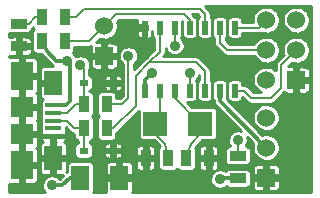
<source format=gtl>
G04 (created by PCBNEW-RS274X (2012-apr-16-27)-stable) date Sun 09 Nov 2014 09:22:59 PM UTC*
G01*
G70*
G90*
%MOIN*%
G04 Gerber Fmt 3.4, Leading zero omitted, Abs format*
%FSLAX34Y34*%
G04 APERTURE LIST*
%ADD10C,0.006000*%
%ADD11C,0.060000*%
%ADD12R,0.060000X0.060000*%
%ADD13R,0.060000X0.080000*%
%ADD14R,0.031500X0.023600*%
%ADD15R,0.020000X0.045000*%
%ADD16R,0.053100X0.015700*%
%ADD17R,0.059100X0.082700*%
%ADD18R,0.074800X0.094500*%
%ADD19R,0.074800X0.070900*%
%ADD20R,0.082700X0.082700*%
%ADD21R,0.055000X0.035000*%
%ADD22R,0.035000X0.055000*%
%ADD23C,0.035000*%
%ADD24C,0.008000*%
%ADD25C,0.012000*%
%ADD26C,0.010000*%
G04 APERTURE END LIST*
G54D10*
G54D11*
X31950Y-25700D03*
X32950Y-25700D03*
X31950Y-26700D03*
X32950Y-26700D03*
X31950Y-27700D03*
G54D12*
X32950Y-27700D03*
G54D13*
X25750Y-30950D03*
X27050Y-30950D03*
G54D12*
X31950Y-30950D03*
G54D11*
X31950Y-29950D03*
X31950Y-28950D03*
G54D14*
X25858Y-27800D03*
X26842Y-27800D03*
X25858Y-30050D03*
X26842Y-30050D03*
G54D15*
X27900Y-28050D03*
X28400Y-28050D03*
X28900Y-28050D03*
X29400Y-28050D03*
X29900Y-28050D03*
X30400Y-28050D03*
X30900Y-28050D03*
X30900Y-25950D03*
X30400Y-25950D03*
X29900Y-25950D03*
X29400Y-25950D03*
X28900Y-25950D03*
X28400Y-25950D03*
X27900Y-25950D03*
G54D16*
X24850Y-29050D03*
X24850Y-28794D03*
X24850Y-29306D03*
X24850Y-28538D03*
X24850Y-29562D03*
G54D17*
X24850Y-27790D03*
X24850Y-30310D03*
G54D18*
X23807Y-27554D03*
X23807Y-30546D03*
G54D19*
X23807Y-28597D03*
X23807Y-29503D03*
G54D20*
X29750Y-29150D03*
X28250Y-29150D03*
G54D21*
X31000Y-30225D03*
X31000Y-30975D03*
G54D12*
X26550Y-26900D03*
G54D11*
X26550Y-25900D03*
G54D22*
X29275Y-30300D03*
X30025Y-30300D03*
X28675Y-30300D03*
X27925Y-30300D03*
G54D21*
X23700Y-25825D03*
X23700Y-26575D03*
G54D22*
X26625Y-29300D03*
X25875Y-29300D03*
X26625Y-28500D03*
X25875Y-28500D03*
X25225Y-26400D03*
X24475Y-26400D03*
X25225Y-25600D03*
X24475Y-25600D03*
G54D23*
X27350Y-26900D03*
X28900Y-26550D03*
X31000Y-29700D03*
X25750Y-27200D03*
X29400Y-27450D03*
X25300Y-27050D03*
X30400Y-31000D03*
X24800Y-31200D03*
X28150Y-27450D03*
G54D24*
X30900Y-25950D02*
X31700Y-25950D01*
X31700Y-25950D02*
X31950Y-25700D01*
X30900Y-28050D02*
X31200Y-28050D01*
X32100Y-28300D02*
X32450Y-27950D01*
X31200Y-28050D02*
X31450Y-28300D01*
X32450Y-27200D02*
X32950Y-26700D01*
X32450Y-27950D02*
X32450Y-27200D01*
X31450Y-28300D02*
X32100Y-28300D01*
X23700Y-25825D02*
X24025Y-25825D01*
X24250Y-25600D02*
X24475Y-25600D01*
X24025Y-25825D02*
X24250Y-25600D01*
X28575Y-29825D02*
X28675Y-30300D01*
X28400Y-29000D02*
X28250Y-29150D01*
X28250Y-29150D02*
X28250Y-29500D01*
X28250Y-29500D02*
X28575Y-29825D01*
X28400Y-28050D02*
X28400Y-29000D01*
X29750Y-29500D02*
X29425Y-29825D01*
X29750Y-29150D02*
X29750Y-29500D01*
X29425Y-29825D02*
X29275Y-30300D01*
X28900Y-28300D02*
X29750Y-29150D01*
X28900Y-28050D02*
X28900Y-28300D01*
X29900Y-25500D02*
X29900Y-25950D01*
X25600Y-25600D02*
X25875Y-25325D01*
X25875Y-25325D02*
X29725Y-25325D01*
X25225Y-25600D02*
X25600Y-25600D01*
X29725Y-25325D02*
X29900Y-25500D01*
X28900Y-26550D02*
X28900Y-25950D01*
X26625Y-28500D02*
X27150Y-28500D01*
X27150Y-28500D02*
X27350Y-28300D01*
X27350Y-28300D02*
X27350Y-26900D01*
X27600Y-27550D02*
X27600Y-28550D01*
X28400Y-25950D02*
X28400Y-26750D01*
X28050Y-27100D02*
X28050Y-27100D01*
X29600Y-27100D02*
X28050Y-27100D01*
X28050Y-27100D02*
X27600Y-27550D01*
X27600Y-28550D02*
X26850Y-29300D01*
X29900Y-28050D02*
X29900Y-27400D01*
X28400Y-26750D02*
X28050Y-27100D01*
X26850Y-29300D02*
X26625Y-29300D01*
X29900Y-27400D02*
X29600Y-27100D01*
X31000Y-30225D02*
X31000Y-29700D01*
X25750Y-27200D02*
X25858Y-27308D01*
X25858Y-27308D02*
X25858Y-27800D01*
X25858Y-28483D02*
X25875Y-28500D01*
X25306Y-28794D02*
X25600Y-28500D01*
X25858Y-27800D02*
X25858Y-28483D01*
X24850Y-28794D02*
X25306Y-28794D01*
X25808Y-28483D02*
X25875Y-28500D01*
X25600Y-28500D02*
X25875Y-28500D01*
X25550Y-29300D02*
X25875Y-29300D01*
X25875Y-30083D02*
X25858Y-30100D01*
X25875Y-29300D02*
X25875Y-30083D01*
X25875Y-29300D02*
X25875Y-30033D01*
X25875Y-30033D02*
X25858Y-30050D01*
X25300Y-29050D02*
X25550Y-29300D01*
X24850Y-29050D02*
X25300Y-29050D01*
X26550Y-25900D02*
X26557Y-25900D01*
X26950Y-25507D02*
X29207Y-25507D01*
X29207Y-25507D02*
X29400Y-25700D01*
X29400Y-25700D02*
X29400Y-25950D01*
X26557Y-25900D02*
X26950Y-25507D01*
X25900Y-26400D02*
X26050Y-26400D01*
X26050Y-26400D02*
X26550Y-25900D01*
X25900Y-26400D02*
X25225Y-26400D01*
X25225Y-26400D02*
X25900Y-26400D01*
X29400Y-28050D02*
X29400Y-27450D01*
X30400Y-25950D02*
X30400Y-26450D01*
X30650Y-26700D02*
X31950Y-26700D01*
X30400Y-26450D02*
X30650Y-26700D01*
G54D25*
X30400Y-28050D02*
X30400Y-28400D01*
X30400Y-28400D02*
X31950Y-29950D01*
X25400Y-28400D02*
X25400Y-27150D01*
X25262Y-28538D02*
X25400Y-28400D01*
X25300Y-27050D02*
X25300Y-27050D01*
X24950Y-27050D02*
X25300Y-27050D01*
X25400Y-27150D02*
X25300Y-27050D01*
X24850Y-28538D02*
X25262Y-28538D01*
X24625Y-26725D02*
X24950Y-27050D01*
X24475Y-26400D02*
X24625Y-26725D01*
X27900Y-27700D02*
X28150Y-27450D01*
X25750Y-30950D02*
X25400Y-30950D01*
X25150Y-31200D02*
X24800Y-31200D01*
X25400Y-30950D02*
X25150Y-31200D01*
X27900Y-28050D02*
X27900Y-27700D01*
X30425Y-30975D02*
X30400Y-31000D01*
X31000Y-30975D02*
X30425Y-30975D01*
G54D10*
G36*
X33425Y-31425D02*
X33401Y-31425D01*
X33401Y-27805D01*
X33401Y-27595D01*
X33400Y-27385D01*
X33400Y-26656D01*
X33400Y-25656D01*
X33383Y-25569D01*
X33349Y-25488D01*
X33300Y-25414D01*
X33238Y-25352D01*
X33165Y-25302D01*
X33084Y-25268D01*
X32997Y-25250D01*
X32909Y-25250D01*
X32822Y-25266D01*
X32741Y-25299D01*
X32667Y-25348D01*
X32604Y-25409D01*
X32554Y-25482D01*
X32519Y-25563D01*
X32501Y-25649D01*
X32499Y-25738D01*
X32515Y-25825D01*
X32548Y-25907D01*
X32596Y-25981D01*
X32657Y-26044D01*
X32729Y-26095D01*
X32810Y-26130D01*
X32896Y-26149D01*
X32985Y-26151D01*
X33071Y-26136D01*
X33154Y-26104D01*
X33228Y-26056D01*
X33292Y-25996D01*
X33343Y-25923D01*
X33379Y-25843D01*
X33399Y-25757D01*
X33400Y-25656D01*
X33400Y-26656D01*
X33383Y-26569D01*
X33349Y-26488D01*
X33300Y-26414D01*
X33238Y-26352D01*
X33165Y-26302D01*
X33084Y-26268D01*
X32997Y-26250D01*
X32909Y-26250D01*
X32822Y-26266D01*
X32741Y-26299D01*
X32667Y-26348D01*
X32604Y-26409D01*
X32554Y-26482D01*
X32519Y-26563D01*
X32501Y-26649D01*
X32499Y-26738D01*
X32515Y-26825D01*
X32527Y-26854D01*
X32400Y-26981D01*
X32400Y-26656D01*
X32400Y-25656D01*
X32383Y-25569D01*
X32349Y-25488D01*
X32300Y-25414D01*
X32238Y-25352D01*
X32165Y-25302D01*
X32084Y-25268D01*
X31997Y-25250D01*
X31909Y-25250D01*
X31822Y-25266D01*
X31741Y-25299D01*
X31667Y-25348D01*
X31604Y-25409D01*
X31554Y-25482D01*
X31519Y-25563D01*
X31501Y-25649D01*
X31499Y-25738D01*
X31503Y-25760D01*
X31149Y-25760D01*
X31149Y-25710D01*
X31143Y-25681D01*
X31132Y-25654D01*
X31116Y-25630D01*
X31095Y-25609D01*
X31071Y-25593D01*
X31044Y-25582D01*
X31015Y-25576D01*
X30986Y-25576D01*
X30785Y-25576D01*
X30756Y-25582D01*
X30729Y-25593D01*
X30705Y-25609D01*
X30684Y-25630D01*
X30668Y-25654D01*
X30657Y-25681D01*
X30651Y-25710D01*
X30651Y-25739D01*
X30651Y-26190D01*
X30657Y-26219D01*
X30668Y-26246D01*
X30684Y-26270D01*
X30705Y-26291D01*
X30729Y-26307D01*
X30756Y-26318D01*
X30785Y-26324D01*
X30814Y-26324D01*
X31015Y-26324D01*
X31044Y-26318D01*
X31071Y-26307D01*
X31095Y-26291D01*
X31116Y-26270D01*
X31132Y-26246D01*
X31143Y-26219D01*
X31149Y-26190D01*
X31149Y-26161D01*
X31149Y-26140D01*
X31698Y-26140D01*
X31700Y-26140D01*
X31706Y-26139D01*
X31735Y-26137D01*
X31737Y-26136D01*
X31771Y-26127D01*
X31772Y-26126D01*
X31784Y-26119D01*
X31785Y-26119D01*
X31810Y-26130D01*
X31896Y-26149D01*
X31985Y-26151D01*
X32071Y-26136D01*
X32154Y-26104D01*
X32228Y-26056D01*
X32292Y-25996D01*
X32343Y-25923D01*
X32379Y-25843D01*
X32399Y-25757D01*
X32400Y-25656D01*
X32400Y-26656D01*
X32383Y-26569D01*
X32349Y-26488D01*
X32300Y-26414D01*
X32238Y-26352D01*
X32165Y-26302D01*
X32084Y-26268D01*
X31997Y-26250D01*
X31909Y-26250D01*
X31822Y-26266D01*
X31741Y-26299D01*
X31667Y-26348D01*
X31604Y-26409D01*
X31554Y-26482D01*
X31541Y-26510D01*
X30728Y-26510D01*
X30590Y-26371D01*
X30590Y-26294D01*
X30595Y-26291D01*
X30616Y-26270D01*
X30632Y-26246D01*
X30643Y-26219D01*
X30649Y-26190D01*
X30649Y-26161D01*
X30649Y-25710D01*
X30643Y-25681D01*
X30632Y-25654D01*
X30616Y-25630D01*
X30595Y-25609D01*
X30571Y-25593D01*
X30544Y-25582D01*
X30515Y-25576D01*
X30486Y-25576D01*
X30285Y-25576D01*
X30256Y-25582D01*
X30229Y-25593D01*
X30205Y-25609D01*
X30184Y-25630D01*
X30168Y-25654D01*
X30157Y-25681D01*
X30151Y-25710D01*
X30151Y-25739D01*
X30151Y-26190D01*
X30157Y-26219D01*
X30168Y-26246D01*
X30184Y-26270D01*
X30205Y-26291D01*
X30210Y-26294D01*
X30210Y-26448D01*
X30210Y-26450D01*
X30210Y-26456D01*
X30213Y-26485D01*
X30223Y-26521D01*
X30224Y-26522D01*
X30240Y-26553D01*
X30242Y-26555D01*
X30249Y-26565D01*
X30264Y-26582D01*
X30265Y-26584D01*
X30266Y-26584D01*
X30270Y-26588D01*
X30513Y-26832D01*
X30514Y-26833D01*
X30515Y-26834D01*
X30520Y-26837D01*
X30543Y-26857D01*
X30544Y-26857D01*
X30575Y-26875D01*
X30576Y-26875D01*
X30610Y-26886D01*
X30612Y-26886D01*
X30647Y-26890D01*
X30649Y-26890D01*
X30650Y-26890D01*
X31541Y-26890D01*
X31548Y-26907D01*
X31596Y-26981D01*
X31657Y-27044D01*
X31729Y-27095D01*
X31810Y-27130D01*
X31896Y-27149D01*
X31985Y-27151D01*
X32071Y-27136D01*
X32154Y-27104D01*
X32228Y-27056D01*
X32292Y-26996D01*
X32343Y-26923D01*
X32379Y-26843D01*
X32399Y-26757D01*
X32400Y-26656D01*
X32400Y-26981D01*
X32321Y-27060D01*
X32317Y-27064D01*
X32293Y-27093D01*
X32275Y-27125D01*
X32264Y-27160D01*
X32260Y-27197D01*
X32260Y-27199D01*
X32260Y-27200D01*
X32260Y-27374D01*
X32238Y-27352D01*
X32165Y-27302D01*
X32084Y-27268D01*
X31997Y-27250D01*
X31909Y-27250D01*
X31822Y-27266D01*
X31741Y-27299D01*
X31667Y-27348D01*
X31604Y-27409D01*
X31554Y-27482D01*
X31519Y-27563D01*
X31501Y-27649D01*
X31499Y-27738D01*
X31515Y-27825D01*
X31548Y-27907D01*
X31596Y-27981D01*
X31657Y-28044D01*
X31729Y-28095D01*
X31763Y-28110D01*
X31528Y-28110D01*
X31339Y-27921D01*
X31336Y-27917D01*
X31334Y-27916D01*
X31307Y-27893D01*
X31305Y-27892D01*
X31275Y-27875D01*
X31240Y-27864D01*
X31203Y-27860D01*
X31201Y-27860D01*
X31200Y-27860D01*
X31149Y-27860D01*
X31149Y-27810D01*
X31143Y-27781D01*
X31132Y-27754D01*
X31116Y-27730D01*
X31095Y-27709D01*
X31071Y-27693D01*
X31044Y-27682D01*
X31015Y-27676D01*
X30986Y-27676D01*
X30785Y-27676D01*
X30756Y-27682D01*
X30729Y-27693D01*
X30705Y-27709D01*
X30684Y-27730D01*
X30668Y-27754D01*
X30657Y-27781D01*
X30651Y-27810D01*
X30651Y-27839D01*
X30651Y-28290D01*
X30657Y-28319D01*
X30668Y-28346D01*
X30684Y-28370D01*
X30705Y-28391D01*
X30729Y-28407D01*
X30756Y-28418D01*
X30785Y-28424D01*
X30814Y-28424D01*
X31015Y-28424D01*
X31044Y-28418D01*
X31071Y-28407D01*
X31095Y-28391D01*
X31116Y-28370D01*
X31132Y-28346D01*
X31143Y-28319D01*
X31149Y-28290D01*
X31149Y-28267D01*
X31313Y-28432D01*
X31314Y-28433D01*
X31315Y-28434D01*
X31320Y-28437D01*
X31343Y-28457D01*
X31344Y-28457D01*
X31375Y-28475D01*
X31376Y-28475D01*
X31410Y-28486D01*
X31412Y-28486D01*
X31447Y-28490D01*
X31449Y-28490D01*
X31450Y-28490D01*
X32098Y-28490D01*
X32100Y-28490D01*
X32106Y-28489D01*
X32135Y-28487D01*
X32137Y-28486D01*
X32171Y-28477D01*
X32172Y-28476D01*
X32203Y-28460D01*
X32205Y-28458D01*
X32215Y-28450D01*
X32232Y-28436D01*
X32234Y-28435D01*
X32234Y-28434D01*
X32238Y-28429D01*
X32553Y-28115D01*
X32554Y-28116D01*
X32579Y-28133D01*
X32606Y-28144D01*
X32635Y-28150D01*
X32664Y-28150D01*
X32845Y-28151D01*
X32882Y-28114D01*
X32882Y-27818D01*
X32882Y-27768D01*
X32882Y-27632D01*
X32882Y-27582D01*
X32882Y-27286D01*
X32845Y-27249D01*
X32668Y-27249D01*
X32794Y-27123D01*
X32810Y-27130D01*
X32896Y-27149D01*
X32985Y-27151D01*
X33071Y-27136D01*
X33154Y-27104D01*
X33228Y-27056D01*
X33292Y-26996D01*
X33343Y-26923D01*
X33379Y-26843D01*
X33399Y-26757D01*
X33400Y-26656D01*
X33400Y-27385D01*
X33394Y-27356D01*
X33383Y-27329D01*
X33367Y-27304D01*
X33346Y-27284D01*
X33321Y-27267D01*
X33294Y-27256D01*
X33265Y-27250D01*
X33236Y-27250D01*
X33055Y-27249D01*
X33018Y-27286D01*
X33018Y-27632D01*
X33364Y-27632D01*
X33401Y-27595D01*
X33401Y-27805D01*
X33364Y-27768D01*
X33018Y-27768D01*
X33018Y-28114D01*
X33055Y-28151D01*
X33236Y-28150D01*
X33265Y-28150D01*
X33294Y-28144D01*
X33321Y-28133D01*
X33346Y-28116D01*
X33367Y-28096D01*
X33383Y-28071D01*
X33394Y-28044D01*
X33400Y-28015D01*
X33401Y-27805D01*
X33401Y-31425D01*
X32401Y-31425D01*
X32401Y-31055D01*
X32401Y-30845D01*
X32400Y-30635D01*
X32400Y-29906D01*
X32400Y-28906D01*
X32383Y-28819D01*
X32349Y-28738D01*
X32300Y-28664D01*
X32238Y-28602D01*
X32165Y-28552D01*
X32084Y-28518D01*
X31997Y-28500D01*
X31909Y-28500D01*
X31822Y-28516D01*
X31741Y-28549D01*
X31667Y-28598D01*
X31604Y-28659D01*
X31554Y-28732D01*
X31519Y-28813D01*
X31501Y-28899D01*
X31499Y-28988D01*
X31515Y-29075D01*
X31548Y-29157D01*
X31596Y-29231D01*
X31657Y-29294D01*
X31729Y-29345D01*
X31810Y-29380D01*
X31896Y-29399D01*
X31985Y-29401D01*
X32071Y-29386D01*
X32154Y-29354D01*
X32228Y-29306D01*
X32292Y-29246D01*
X32343Y-29173D01*
X32379Y-29093D01*
X32399Y-29007D01*
X32400Y-28906D01*
X32400Y-29906D01*
X32383Y-29819D01*
X32349Y-29738D01*
X32300Y-29664D01*
X32238Y-29602D01*
X32165Y-29552D01*
X32084Y-29518D01*
X31997Y-29500D01*
X31909Y-29500D01*
X31822Y-29516D01*
X31815Y-29518D01*
X30634Y-28338D01*
X30643Y-28319D01*
X30649Y-28290D01*
X30649Y-28261D01*
X30649Y-27810D01*
X30643Y-27781D01*
X30632Y-27754D01*
X30616Y-27730D01*
X30595Y-27709D01*
X30571Y-27693D01*
X30544Y-27682D01*
X30515Y-27676D01*
X30486Y-27676D01*
X30285Y-27676D01*
X30256Y-27682D01*
X30229Y-27693D01*
X30205Y-27709D01*
X30184Y-27730D01*
X30168Y-27754D01*
X30157Y-27781D01*
X30151Y-27810D01*
X30151Y-27839D01*
X30151Y-28290D01*
X30157Y-28319D01*
X30168Y-28346D01*
X30184Y-28370D01*
X30190Y-28376D01*
X30190Y-28398D01*
X30190Y-28400D01*
X30194Y-28441D01*
X30201Y-28466D01*
X30205Y-28478D01*
X30205Y-28479D01*
X30206Y-28480D01*
X30224Y-28514D01*
X30225Y-28516D01*
X30239Y-28534D01*
X30249Y-28546D01*
X30251Y-28548D01*
X30252Y-28548D01*
X30256Y-28552D01*
X31091Y-29388D01*
X31034Y-29376D01*
X30970Y-29376D01*
X30908Y-29388D01*
X30849Y-29412D01*
X30796Y-29446D01*
X30750Y-29491D01*
X30715Y-29543D01*
X30690Y-29602D01*
X30676Y-29664D01*
X30676Y-29727D01*
X30687Y-29790D01*
X30711Y-29849D01*
X30744Y-29901D01*
X30710Y-29901D01*
X30681Y-29907D01*
X30654Y-29918D01*
X30630Y-29934D01*
X30609Y-29955D01*
X30593Y-29979D01*
X30582Y-30006D01*
X30576Y-30035D01*
X30576Y-30064D01*
X30576Y-30415D01*
X30582Y-30444D01*
X30593Y-30471D01*
X30609Y-30495D01*
X30630Y-30516D01*
X30654Y-30532D01*
X30681Y-30543D01*
X30710Y-30549D01*
X30739Y-30549D01*
X31290Y-30549D01*
X31319Y-30543D01*
X31346Y-30532D01*
X31370Y-30516D01*
X31391Y-30495D01*
X31407Y-30471D01*
X31418Y-30444D01*
X31424Y-30415D01*
X31424Y-30386D01*
X31424Y-30035D01*
X31418Y-30006D01*
X31407Y-29979D01*
X31391Y-29955D01*
X31370Y-29934D01*
X31346Y-29918D01*
X31319Y-29907D01*
X31290Y-29901D01*
X31261Y-29901D01*
X31255Y-29901D01*
X31283Y-29861D01*
X31309Y-29803D01*
X31323Y-29741D01*
X31324Y-29668D01*
X31312Y-29609D01*
X31518Y-29815D01*
X31501Y-29899D01*
X31499Y-29988D01*
X31515Y-30075D01*
X31548Y-30157D01*
X31596Y-30231D01*
X31657Y-30294D01*
X31729Y-30345D01*
X31810Y-30380D01*
X31896Y-30399D01*
X31985Y-30401D01*
X32071Y-30386D01*
X32154Y-30354D01*
X32228Y-30306D01*
X32292Y-30246D01*
X32343Y-30173D01*
X32379Y-30093D01*
X32399Y-30007D01*
X32400Y-29906D01*
X32400Y-30635D01*
X32394Y-30606D01*
X32383Y-30579D01*
X32367Y-30554D01*
X32346Y-30534D01*
X32321Y-30517D01*
X32294Y-30506D01*
X32265Y-30500D01*
X32236Y-30500D01*
X32055Y-30499D01*
X32018Y-30536D01*
X32018Y-30882D01*
X32364Y-30882D01*
X32401Y-30845D01*
X32401Y-31055D01*
X32364Y-31018D01*
X32018Y-31018D01*
X32018Y-31364D01*
X32055Y-31401D01*
X32236Y-31400D01*
X32265Y-31400D01*
X32294Y-31394D01*
X32321Y-31383D01*
X32346Y-31366D01*
X32367Y-31346D01*
X32383Y-31321D01*
X32394Y-31294D01*
X32400Y-31265D01*
X32401Y-31055D01*
X32401Y-31425D01*
X31882Y-31425D01*
X31882Y-31364D01*
X31882Y-31018D01*
X31882Y-30882D01*
X31882Y-30536D01*
X31845Y-30499D01*
X31664Y-30500D01*
X31635Y-30500D01*
X31606Y-30506D01*
X31579Y-30517D01*
X31554Y-30534D01*
X31533Y-30554D01*
X31517Y-30579D01*
X31506Y-30606D01*
X31500Y-30635D01*
X31499Y-30845D01*
X31536Y-30882D01*
X31882Y-30882D01*
X31882Y-31018D01*
X31536Y-31018D01*
X31499Y-31055D01*
X31500Y-31265D01*
X31506Y-31294D01*
X31517Y-31321D01*
X31533Y-31346D01*
X31554Y-31366D01*
X31579Y-31383D01*
X31606Y-31394D01*
X31635Y-31400D01*
X31664Y-31400D01*
X31845Y-31401D01*
X31882Y-31364D01*
X31882Y-31425D01*
X31424Y-31425D01*
X31424Y-31165D01*
X31424Y-31136D01*
X31424Y-30785D01*
X31418Y-30756D01*
X31407Y-30729D01*
X31391Y-30705D01*
X31370Y-30684D01*
X31346Y-30668D01*
X31319Y-30657D01*
X31290Y-30651D01*
X31261Y-30651D01*
X30710Y-30651D01*
X30681Y-30657D01*
X30654Y-30668D01*
X30630Y-30684D01*
X30609Y-30705D01*
X30593Y-30729D01*
X30589Y-30737D01*
X30555Y-30713D01*
X30496Y-30689D01*
X30434Y-30676D01*
X30370Y-30676D01*
X30308Y-30688D01*
X30296Y-30692D01*
X30316Y-30671D01*
X30333Y-30646D01*
X30344Y-30619D01*
X30350Y-30590D01*
X30350Y-30561D01*
X30351Y-30405D01*
X30351Y-30195D01*
X30350Y-30039D01*
X30350Y-30010D01*
X30344Y-29981D01*
X30333Y-29954D01*
X30316Y-29929D01*
X30296Y-29908D01*
X30271Y-29892D01*
X30244Y-29881D01*
X30215Y-29875D01*
X30130Y-29874D01*
X30093Y-29911D01*
X30093Y-30232D01*
X30314Y-30232D01*
X30351Y-30195D01*
X30351Y-30405D01*
X30314Y-30368D01*
X30093Y-30368D01*
X30093Y-30689D01*
X30130Y-30726D01*
X30215Y-30725D01*
X30235Y-30720D01*
X30196Y-30746D01*
X30150Y-30791D01*
X30115Y-30843D01*
X30090Y-30902D01*
X30076Y-30964D01*
X30076Y-31027D01*
X30087Y-31090D01*
X30111Y-31149D01*
X30145Y-31202D01*
X30189Y-31248D01*
X30241Y-31284D01*
X30300Y-31310D01*
X30362Y-31323D01*
X30425Y-31325D01*
X30488Y-31314D01*
X30547Y-31291D01*
X30601Y-31256D01*
X30610Y-31246D01*
X30630Y-31266D01*
X30654Y-31282D01*
X30681Y-31293D01*
X30710Y-31299D01*
X30739Y-31299D01*
X31290Y-31299D01*
X31319Y-31293D01*
X31346Y-31282D01*
X31370Y-31266D01*
X31391Y-31245D01*
X31407Y-31221D01*
X31418Y-31194D01*
X31424Y-31165D01*
X31424Y-31425D01*
X29957Y-31425D01*
X29957Y-30689D01*
X29957Y-30368D01*
X29957Y-30232D01*
X29957Y-29911D01*
X29920Y-29874D01*
X29835Y-29875D01*
X29806Y-29881D01*
X29779Y-29892D01*
X29754Y-29908D01*
X29734Y-29929D01*
X29717Y-29954D01*
X29706Y-29981D01*
X29700Y-30010D01*
X29700Y-30039D01*
X29699Y-30195D01*
X29736Y-30232D01*
X29957Y-30232D01*
X29957Y-30368D01*
X29736Y-30368D01*
X29699Y-30405D01*
X29700Y-30561D01*
X29700Y-30590D01*
X29706Y-30619D01*
X29717Y-30646D01*
X29734Y-30671D01*
X29754Y-30692D01*
X29779Y-30708D01*
X29806Y-30719D01*
X29835Y-30725D01*
X29920Y-30726D01*
X29957Y-30689D01*
X29957Y-31425D01*
X28251Y-31425D01*
X28251Y-30405D01*
X28251Y-30195D01*
X28250Y-30039D01*
X28250Y-30010D01*
X28244Y-29981D01*
X28233Y-29954D01*
X28216Y-29929D01*
X28196Y-29908D01*
X28171Y-29892D01*
X28144Y-29881D01*
X28115Y-29875D01*
X28030Y-29874D01*
X27993Y-29911D01*
X27993Y-30232D01*
X28214Y-30232D01*
X28251Y-30195D01*
X28251Y-30405D01*
X28214Y-30368D01*
X27993Y-30368D01*
X27993Y-30689D01*
X28030Y-30726D01*
X28115Y-30725D01*
X28144Y-30719D01*
X28171Y-30708D01*
X28196Y-30692D01*
X28216Y-30671D01*
X28233Y-30646D01*
X28244Y-30619D01*
X28250Y-30590D01*
X28250Y-30561D01*
X28251Y-30405D01*
X28251Y-31425D01*
X27857Y-31425D01*
X27857Y-30689D01*
X27857Y-30368D01*
X27857Y-30232D01*
X27857Y-29911D01*
X27820Y-29874D01*
X27735Y-29875D01*
X27706Y-29881D01*
X27679Y-29892D01*
X27654Y-29908D01*
X27634Y-29929D01*
X27617Y-29954D01*
X27606Y-29981D01*
X27600Y-30010D01*
X27600Y-30039D01*
X27599Y-30195D01*
X27636Y-30232D01*
X27857Y-30232D01*
X27857Y-30368D01*
X27636Y-30368D01*
X27599Y-30405D01*
X27600Y-30561D01*
X27600Y-30590D01*
X27606Y-30619D01*
X27617Y-30646D01*
X27634Y-30671D01*
X27654Y-30692D01*
X27679Y-30708D01*
X27706Y-30719D01*
X27735Y-30725D01*
X27820Y-30726D01*
X27857Y-30689D01*
X27857Y-31425D01*
X27480Y-31425D01*
X27483Y-31421D01*
X27494Y-31394D01*
X27500Y-31365D01*
X27500Y-31336D01*
X27501Y-31055D01*
X27501Y-30845D01*
X27500Y-30564D01*
X27500Y-30535D01*
X27494Y-30506D01*
X27483Y-30479D01*
X27466Y-30454D01*
X27446Y-30433D01*
X27421Y-30417D01*
X27394Y-30406D01*
X27365Y-30400D01*
X27155Y-30399D01*
X27150Y-30404D01*
X27150Y-30146D01*
X27150Y-29954D01*
X27149Y-29917D01*
X27143Y-29888D01*
X27132Y-29861D01*
X27116Y-29836D01*
X27095Y-29816D01*
X27070Y-29799D01*
X27043Y-29788D01*
X27014Y-29782D01*
X26985Y-29782D01*
X26947Y-29781D01*
X26910Y-29818D01*
X26910Y-29991D01*
X27113Y-29991D01*
X27150Y-29954D01*
X27150Y-30146D01*
X27113Y-30109D01*
X26910Y-30109D01*
X26910Y-30282D01*
X26947Y-30319D01*
X26985Y-30318D01*
X27014Y-30318D01*
X27043Y-30312D01*
X27070Y-30301D01*
X27095Y-30284D01*
X27116Y-30264D01*
X27132Y-30239D01*
X27143Y-30212D01*
X27149Y-30183D01*
X27150Y-30146D01*
X27150Y-30404D01*
X27118Y-30436D01*
X27118Y-30882D01*
X27464Y-30882D01*
X27501Y-30845D01*
X27501Y-31055D01*
X27464Y-31018D01*
X27168Y-31018D01*
X27118Y-31018D01*
X26982Y-31018D01*
X26982Y-30882D01*
X26982Y-30436D01*
X26945Y-30399D01*
X26774Y-30399D01*
X26774Y-30282D01*
X26774Y-30109D01*
X26774Y-29991D01*
X26774Y-29818D01*
X26737Y-29781D01*
X26699Y-29782D01*
X26670Y-29782D01*
X26641Y-29788D01*
X26614Y-29799D01*
X26589Y-29816D01*
X26568Y-29836D01*
X26552Y-29861D01*
X26541Y-29888D01*
X26535Y-29917D01*
X26534Y-29954D01*
X26571Y-29991D01*
X26774Y-29991D01*
X26774Y-30109D01*
X26571Y-30109D01*
X26534Y-30146D01*
X26535Y-30183D01*
X26541Y-30212D01*
X26552Y-30239D01*
X26568Y-30264D01*
X26589Y-30284D01*
X26614Y-30301D01*
X26641Y-30312D01*
X26670Y-30318D01*
X26699Y-30318D01*
X26737Y-30319D01*
X26774Y-30282D01*
X26774Y-30399D01*
X26735Y-30400D01*
X26706Y-30406D01*
X26679Y-30417D01*
X26654Y-30433D01*
X26634Y-30454D01*
X26617Y-30479D01*
X26606Y-30506D01*
X26600Y-30535D01*
X26600Y-30564D01*
X26599Y-30845D01*
X26636Y-30882D01*
X26982Y-30882D01*
X26982Y-31018D01*
X26932Y-31018D01*
X26636Y-31018D01*
X26599Y-31055D01*
X26600Y-31336D01*
X26600Y-31365D01*
X26606Y-31394D01*
X26617Y-31421D01*
X26619Y-31425D01*
X26179Y-31425D01*
X26182Y-31421D01*
X26193Y-31394D01*
X26199Y-31365D01*
X26199Y-31336D01*
X26199Y-30535D01*
X26193Y-30506D01*
X26182Y-30479D01*
X26166Y-30455D01*
X26145Y-30434D01*
X26121Y-30418D01*
X26094Y-30407D01*
X26065Y-30401D01*
X26036Y-30401D01*
X25435Y-30401D01*
X25406Y-30407D01*
X25379Y-30418D01*
X25355Y-30434D01*
X25334Y-30455D01*
X25318Y-30479D01*
X25307Y-30506D01*
X25301Y-30535D01*
X25301Y-30564D01*
X25301Y-30766D01*
X25286Y-30773D01*
X25289Y-30767D01*
X25295Y-30738D01*
X25296Y-30415D01*
X25296Y-30205D01*
X25295Y-29882D01*
X25289Y-29853D01*
X25278Y-29826D01*
X25262Y-29801D01*
X25241Y-29781D01*
X25216Y-29764D01*
X25205Y-29759D01*
X25211Y-29756D01*
X25232Y-29736D01*
X25248Y-29711D01*
X25259Y-29684D01*
X25265Y-29655D01*
X25266Y-29638D01*
X25229Y-29601D01*
X24918Y-29601D01*
X24918Y-29754D01*
X24932Y-29768D01*
X24918Y-29783D01*
X24918Y-30242D01*
X25259Y-30242D01*
X25296Y-30205D01*
X25296Y-30415D01*
X25259Y-30378D01*
X24918Y-30378D01*
X24918Y-30837D01*
X24955Y-30874D01*
X25131Y-30873D01*
X25160Y-30873D01*
X25185Y-30867D01*
X25063Y-30990D01*
X25048Y-30990D01*
X25007Y-30949D01*
X24955Y-30913D01*
X24896Y-30889D01*
X24834Y-30876D01*
X24782Y-30876D01*
X24782Y-30837D01*
X24782Y-30378D01*
X24782Y-30242D01*
X24782Y-29783D01*
X24767Y-29768D01*
X24782Y-29754D01*
X24782Y-29601D01*
X24471Y-29601D01*
X24434Y-29638D01*
X24435Y-29655D01*
X24441Y-29684D01*
X24452Y-29711D01*
X24468Y-29736D01*
X24489Y-29756D01*
X24494Y-29759D01*
X24484Y-29764D01*
X24459Y-29781D01*
X24438Y-29801D01*
X24422Y-29826D01*
X24411Y-29853D01*
X24405Y-29882D01*
X24404Y-30205D01*
X24441Y-30242D01*
X24782Y-30242D01*
X24782Y-30378D01*
X24441Y-30378D01*
X24404Y-30415D01*
X24405Y-30738D01*
X24411Y-30767D01*
X24422Y-30794D01*
X24438Y-30819D01*
X24459Y-30839D01*
X24484Y-30856D01*
X24511Y-30867D01*
X24540Y-30873D01*
X24569Y-30873D01*
X24745Y-30874D01*
X24782Y-30837D01*
X24782Y-30876D01*
X24770Y-30876D01*
X24708Y-30888D01*
X24649Y-30912D01*
X24596Y-30946D01*
X24550Y-30991D01*
X24515Y-31043D01*
X24490Y-31102D01*
X24476Y-31164D01*
X24476Y-31227D01*
X24487Y-31290D01*
X24511Y-31349D01*
X24545Y-31402D01*
X24567Y-31425D01*
X24332Y-31425D01*
X24332Y-30651D01*
X24332Y-30441D01*
X24331Y-30059D01*
X24325Y-30030D01*
X24314Y-30003D01*
X24298Y-29978D01*
X24284Y-29965D01*
X24298Y-29953D01*
X24314Y-29928D01*
X24325Y-29901D01*
X24331Y-29872D01*
X24332Y-29608D01*
X24332Y-29398D01*
X24331Y-29134D01*
X24325Y-29105D01*
X24314Y-29078D01*
X24298Y-29053D01*
X24294Y-29050D01*
X24298Y-29047D01*
X24314Y-29022D01*
X24325Y-28995D01*
X24331Y-28966D01*
X24332Y-28702D01*
X24332Y-28492D01*
X24331Y-28228D01*
X24325Y-28199D01*
X24314Y-28172D01*
X24298Y-28147D01*
X24284Y-28134D01*
X24298Y-28122D01*
X24314Y-28097D01*
X24325Y-28070D01*
X24331Y-28041D01*
X24332Y-27659D01*
X24332Y-27449D01*
X24331Y-27067D01*
X24325Y-27038D01*
X24314Y-27011D01*
X24298Y-26986D01*
X24277Y-26966D01*
X24252Y-26949D01*
X24225Y-26938D01*
X24196Y-26932D01*
X24167Y-26932D01*
X24126Y-26931D01*
X24126Y-26680D01*
X24126Y-26470D01*
X24125Y-26385D01*
X24119Y-26356D01*
X24108Y-26329D01*
X24092Y-26304D01*
X24071Y-26284D01*
X24046Y-26267D01*
X24019Y-26256D01*
X23990Y-26250D01*
X23961Y-26250D01*
X23805Y-26249D01*
X23768Y-26286D01*
X23768Y-26507D01*
X24089Y-26507D01*
X24126Y-26470D01*
X24126Y-26680D01*
X24089Y-26643D01*
X23768Y-26643D01*
X23768Y-26864D01*
X23805Y-26901D01*
X23961Y-26900D01*
X23990Y-26900D01*
X24019Y-26894D01*
X24046Y-26883D01*
X24071Y-26866D01*
X24092Y-26846D01*
X24108Y-26821D01*
X24119Y-26794D01*
X24125Y-26765D01*
X24126Y-26680D01*
X24126Y-26931D01*
X23912Y-26931D01*
X23875Y-26968D01*
X23875Y-27486D01*
X24295Y-27486D01*
X24332Y-27449D01*
X24332Y-27659D01*
X24295Y-27622D01*
X23875Y-27622D01*
X23875Y-28129D01*
X23875Y-28140D01*
X23875Y-28529D01*
X24295Y-28529D01*
X24332Y-28492D01*
X24332Y-28702D01*
X24295Y-28665D01*
X23875Y-28665D01*
X23875Y-29035D01*
X23875Y-29065D01*
X23875Y-29435D01*
X24295Y-29435D01*
X24332Y-29398D01*
X24332Y-29608D01*
X24295Y-29571D01*
X23875Y-29571D01*
X23875Y-29960D01*
X23875Y-29971D01*
X23875Y-30478D01*
X24295Y-30478D01*
X24332Y-30441D01*
X24332Y-30651D01*
X24295Y-30614D01*
X23875Y-30614D01*
X23875Y-31132D01*
X23912Y-31169D01*
X24167Y-31168D01*
X24196Y-31168D01*
X24225Y-31162D01*
X24252Y-31151D01*
X24277Y-31134D01*
X24298Y-31114D01*
X24314Y-31089D01*
X24325Y-31062D01*
X24331Y-31033D01*
X24332Y-30651D01*
X24332Y-31425D01*
X23375Y-31425D01*
X23375Y-31156D01*
X23389Y-31162D01*
X23418Y-31168D01*
X23447Y-31168D01*
X23702Y-31169D01*
X23739Y-31132D01*
X23739Y-30664D01*
X23739Y-30614D01*
X23739Y-30478D01*
X23739Y-30428D01*
X23739Y-29971D01*
X23739Y-29960D01*
X23739Y-29621D01*
X23739Y-29571D01*
X23739Y-29435D01*
X23739Y-29385D01*
X23739Y-29065D01*
X23739Y-29035D01*
X23739Y-28715D01*
X23739Y-28665D01*
X23739Y-28529D01*
X23739Y-28479D01*
X23739Y-28140D01*
X23739Y-28129D01*
X23739Y-27672D01*
X23739Y-27622D01*
X23739Y-27486D01*
X23739Y-27436D01*
X23739Y-26968D01*
X23702Y-26931D01*
X23447Y-26932D01*
X23418Y-26932D01*
X23389Y-26938D01*
X23375Y-26943D01*
X23375Y-26891D01*
X23381Y-26894D01*
X23410Y-26900D01*
X23439Y-26900D01*
X23595Y-26901D01*
X23632Y-26864D01*
X23632Y-26693D01*
X23632Y-26643D01*
X23632Y-26507D01*
X23632Y-26457D01*
X23632Y-26286D01*
X23595Y-26249D01*
X23439Y-26250D01*
X23410Y-26250D01*
X23381Y-26256D01*
X23375Y-26258D01*
X23375Y-26140D01*
X23381Y-26143D01*
X23410Y-26149D01*
X23439Y-26149D01*
X23990Y-26149D01*
X24019Y-26143D01*
X24046Y-26132D01*
X24070Y-26116D01*
X24091Y-26095D01*
X24107Y-26071D01*
X24118Y-26044D01*
X24124Y-26015D01*
X24124Y-25987D01*
X24124Y-25986D01*
X24128Y-25985D01*
X24130Y-25983D01*
X24140Y-25975D01*
X24157Y-25961D01*
X24159Y-25960D01*
X24159Y-25959D01*
X24163Y-25954D01*
X24169Y-25948D01*
X24184Y-25970D01*
X24205Y-25991D01*
X24218Y-26000D01*
X24205Y-26009D01*
X24184Y-26030D01*
X24168Y-26054D01*
X24157Y-26081D01*
X24151Y-26110D01*
X24151Y-26139D01*
X24151Y-26690D01*
X24157Y-26719D01*
X24168Y-26746D01*
X24184Y-26770D01*
X24205Y-26791D01*
X24229Y-26807D01*
X24256Y-26818D01*
X24285Y-26824D01*
X24314Y-26824D01*
X24441Y-26824D01*
X24441Y-26825D01*
X24449Y-26839D01*
X24451Y-26842D01*
X24455Y-26848D01*
X24462Y-26856D01*
X24474Y-26871D01*
X24477Y-26873D01*
X24482Y-26878D01*
X24799Y-27196D01*
X24800Y-27197D01*
X24801Y-27198D01*
X24807Y-27203D01*
X24831Y-27223D01*
X24833Y-27224D01*
X24836Y-27226D01*
X24745Y-27226D01*
X24732Y-27226D01*
X24569Y-27227D01*
X24540Y-27227D01*
X24511Y-27233D01*
X24484Y-27244D01*
X24459Y-27261D01*
X24438Y-27281D01*
X24422Y-27306D01*
X24411Y-27333D01*
X24405Y-27362D01*
X24404Y-27685D01*
X24441Y-27722D01*
X24732Y-27722D01*
X24782Y-27722D01*
X24918Y-27722D01*
X24918Y-27858D01*
X24782Y-27858D01*
X24732Y-27858D01*
X24441Y-27858D01*
X24404Y-27895D01*
X24405Y-28218D01*
X24411Y-28247D01*
X24422Y-28274D01*
X24438Y-28299D01*
X24459Y-28319D01*
X24484Y-28336D01*
X24495Y-28340D01*
X24490Y-28344D01*
X24469Y-28365D01*
X24453Y-28389D01*
X24442Y-28416D01*
X24436Y-28445D01*
X24436Y-28474D01*
X24436Y-28631D01*
X24442Y-28660D01*
X24444Y-28666D01*
X24442Y-28672D01*
X24436Y-28701D01*
X24436Y-28730D01*
X24436Y-28887D01*
X24442Y-28916D01*
X24444Y-28922D01*
X24442Y-28928D01*
X24436Y-28957D01*
X24436Y-28986D01*
X24436Y-29143D01*
X24442Y-29172D01*
X24444Y-29178D01*
X24442Y-29184D01*
X24436Y-29213D01*
X24436Y-29242D01*
X24436Y-29399D01*
X24442Y-29428D01*
X24443Y-29432D01*
X24441Y-29440D01*
X24435Y-29469D01*
X24434Y-29486D01*
X24471Y-29523D01*
X24531Y-29523D01*
X24541Y-29527D01*
X24570Y-29533D01*
X24599Y-29533D01*
X25130Y-29533D01*
X25159Y-29527D01*
X25168Y-29523D01*
X25229Y-29523D01*
X25266Y-29486D01*
X25265Y-29469D01*
X25259Y-29440D01*
X25256Y-29432D01*
X25258Y-29428D01*
X25264Y-29399D01*
X25264Y-29370D01*
X25264Y-29282D01*
X25413Y-29432D01*
X25414Y-29433D01*
X25415Y-29434D01*
X25420Y-29437D01*
X25443Y-29457D01*
X25444Y-29457D01*
X25475Y-29475D01*
X25476Y-29475D01*
X25510Y-29486D01*
X25512Y-29486D01*
X25547Y-29490D01*
X25549Y-29490D01*
X25550Y-29490D01*
X25551Y-29490D01*
X25551Y-29590D01*
X25557Y-29619D01*
X25568Y-29646D01*
X25584Y-29670D01*
X25605Y-29691D01*
X25629Y-29707D01*
X25656Y-29718D01*
X25685Y-29724D01*
X25685Y-29783D01*
X25657Y-29789D01*
X25630Y-29800D01*
X25606Y-29816D01*
X25585Y-29837D01*
X25569Y-29861D01*
X25558Y-29888D01*
X25552Y-29917D01*
X25552Y-29946D01*
X25552Y-30183D01*
X25558Y-30212D01*
X25569Y-30239D01*
X25585Y-30263D01*
X25606Y-30284D01*
X25630Y-30300D01*
X25657Y-30311D01*
X25686Y-30317D01*
X25715Y-30317D01*
X26030Y-30317D01*
X26059Y-30311D01*
X26086Y-30300D01*
X26110Y-30284D01*
X26131Y-30263D01*
X26147Y-30239D01*
X26158Y-30212D01*
X26164Y-30183D01*
X26164Y-30154D01*
X26164Y-29917D01*
X26158Y-29888D01*
X26147Y-29861D01*
X26131Y-29837D01*
X26110Y-29816D01*
X26086Y-29800D01*
X26065Y-29791D01*
X26065Y-29724D01*
X26094Y-29718D01*
X26121Y-29707D01*
X26145Y-29691D01*
X26166Y-29670D01*
X26182Y-29646D01*
X26193Y-29619D01*
X26199Y-29590D01*
X26199Y-29561D01*
X26199Y-29010D01*
X26193Y-28981D01*
X26182Y-28954D01*
X26166Y-28930D01*
X26145Y-28909D01*
X26131Y-28900D01*
X26145Y-28891D01*
X26166Y-28870D01*
X26182Y-28846D01*
X26193Y-28819D01*
X26199Y-28790D01*
X26199Y-28761D01*
X26199Y-28210D01*
X26193Y-28181D01*
X26182Y-28154D01*
X26166Y-28130D01*
X26145Y-28109D01*
X26121Y-28093D01*
X26094Y-28082D01*
X26065Y-28076D01*
X26048Y-28076D01*
X26048Y-28063D01*
X26059Y-28061D01*
X26086Y-28050D01*
X26110Y-28034D01*
X26131Y-28013D01*
X26147Y-27989D01*
X26158Y-27962D01*
X26164Y-27933D01*
X26164Y-27904D01*
X26164Y-27667D01*
X26158Y-27638D01*
X26147Y-27611D01*
X26131Y-27587D01*
X26110Y-27566D01*
X26086Y-27550D01*
X26059Y-27539D01*
X26048Y-27536D01*
X26048Y-27327D01*
X26059Y-27303D01*
X26073Y-27241D01*
X26074Y-27168D01*
X26062Y-27106D01*
X26037Y-27047D01*
X26002Y-26994D01*
X25957Y-26949D01*
X25905Y-26913D01*
X25846Y-26889D01*
X25784Y-26876D01*
X25720Y-26876D01*
X25658Y-26888D01*
X25599Y-26912D01*
X25594Y-26914D01*
X25587Y-26897D01*
X25552Y-26844D01*
X25507Y-26799D01*
X25495Y-26791D01*
X25495Y-26790D01*
X25516Y-26770D01*
X25532Y-26746D01*
X25543Y-26719D01*
X25549Y-26690D01*
X25549Y-26661D01*
X25549Y-26590D01*
X25897Y-26590D01*
X25900Y-26590D01*
X26048Y-26590D01*
X26050Y-26590D01*
X26056Y-26589D01*
X26085Y-26587D01*
X26087Y-26586D01*
X26100Y-26582D01*
X26100Y-26585D01*
X26099Y-26795D01*
X26136Y-26832D01*
X26482Y-26832D01*
X26482Y-26486D01*
X26445Y-26449D01*
X26268Y-26449D01*
X26394Y-26323D01*
X26410Y-26330D01*
X26496Y-26349D01*
X26585Y-26351D01*
X26671Y-26336D01*
X26754Y-26304D01*
X26828Y-26256D01*
X26892Y-26196D01*
X26943Y-26123D01*
X26979Y-26043D01*
X26999Y-25957D01*
X27000Y-25856D01*
X26983Y-25769D01*
X26975Y-25750D01*
X27028Y-25697D01*
X27652Y-25697D01*
X27650Y-25710D01*
X27650Y-25739D01*
X27649Y-25845D01*
X27686Y-25882D01*
X27782Y-25882D01*
X27850Y-25882D01*
X27950Y-25882D01*
X27968Y-25882D01*
X27968Y-26018D01*
X27950Y-26018D01*
X27950Y-26289D01*
X27987Y-26326D01*
X28015Y-26325D01*
X28044Y-26319D01*
X28071Y-26308D01*
X28096Y-26292D01*
X28116Y-26271D01*
X28133Y-26246D01*
X28144Y-26219D01*
X28150Y-26190D01*
X28150Y-26161D01*
X28150Y-26068D01*
X28151Y-26068D01*
X28151Y-26190D01*
X28157Y-26219D01*
X28168Y-26246D01*
X28184Y-26270D01*
X28205Y-26291D01*
X28210Y-26294D01*
X28210Y-26671D01*
X27922Y-26959D01*
X27920Y-26961D01*
X27917Y-26964D01*
X27916Y-26965D01*
X27915Y-26966D01*
X27850Y-27031D01*
X27850Y-26289D01*
X27850Y-26018D01*
X27686Y-26018D01*
X27649Y-26055D01*
X27650Y-26161D01*
X27650Y-26190D01*
X27656Y-26219D01*
X27667Y-26246D01*
X27684Y-26271D01*
X27704Y-26292D01*
X27729Y-26308D01*
X27756Y-26319D01*
X27785Y-26325D01*
X27813Y-26326D01*
X27850Y-26289D01*
X27850Y-27031D01*
X27540Y-27341D01*
X27540Y-27163D01*
X27551Y-27156D01*
X27597Y-27113D01*
X27633Y-27061D01*
X27659Y-27003D01*
X27673Y-26941D01*
X27674Y-26868D01*
X27662Y-26806D01*
X27637Y-26747D01*
X27602Y-26694D01*
X27557Y-26649D01*
X27505Y-26613D01*
X27446Y-26589D01*
X27384Y-26576D01*
X27320Y-26576D01*
X27258Y-26588D01*
X27199Y-26612D01*
X27146Y-26646D01*
X27100Y-26691D01*
X27065Y-26743D01*
X27040Y-26802D01*
X27026Y-26864D01*
X27026Y-26927D01*
X27037Y-26990D01*
X27061Y-27049D01*
X27095Y-27102D01*
X27139Y-27148D01*
X27160Y-27162D01*
X27160Y-28221D01*
X27150Y-28231D01*
X27150Y-27896D01*
X27150Y-27704D01*
X27149Y-27667D01*
X27143Y-27638D01*
X27132Y-27611D01*
X27116Y-27586D01*
X27095Y-27566D01*
X27070Y-27549D01*
X27043Y-27538D01*
X27014Y-27532D01*
X27001Y-27532D01*
X27001Y-27005D01*
X27001Y-26795D01*
X27000Y-26585D01*
X26994Y-26556D01*
X26983Y-26529D01*
X26967Y-26504D01*
X26946Y-26484D01*
X26921Y-26467D01*
X26894Y-26456D01*
X26865Y-26450D01*
X26836Y-26450D01*
X26655Y-26449D01*
X26618Y-26486D01*
X26618Y-26832D01*
X26964Y-26832D01*
X27001Y-26795D01*
X27001Y-27005D01*
X26964Y-26968D01*
X26618Y-26968D01*
X26618Y-27314D01*
X26655Y-27351D01*
X26836Y-27350D01*
X26865Y-27350D01*
X26894Y-27344D01*
X26921Y-27333D01*
X26946Y-27316D01*
X26967Y-27296D01*
X26983Y-27271D01*
X26994Y-27244D01*
X27000Y-27215D01*
X27001Y-27005D01*
X27001Y-27532D01*
X26985Y-27532D01*
X26947Y-27531D01*
X26910Y-27568D01*
X26910Y-27741D01*
X27113Y-27741D01*
X27150Y-27704D01*
X27150Y-27896D01*
X27113Y-27859D01*
X26910Y-27859D01*
X26910Y-28032D01*
X26947Y-28069D01*
X26985Y-28068D01*
X27014Y-28068D01*
X27043Y-28062D01*
X27070Y-28051D01*
X27095Y-28034D01*
X27116Y-28014D01*
X27132Y-27989D01*
X27143Y-27962D01*
X27149Y-27933D01*
X27150Y-27896D01*
X27150Y-28231D01*
X27071Y-28310D01*
X26949Y-28310D01*
X26949Y-28210D01*
X26943Y-28181D01*
X26932Y-28154D01*
X26916Y-28130D01*
X26895Y-28109D01*
X26871Y-28093D01*
X26844Y-28082D01*
X26815Y-28076D01*
X26786Y-28076D01*
X26774Y-28076D01*
X26774Y-28032D01*
X26774Y-27859D01*
X26774Y-27741D01*
X26774Y-27568D01*
X26737Y-27531D01*
X26699Y-27532D01*
X26670Y-27532D01*
X26641Y-27538D01*
X26614Y-27549D01*
X26589Y-27566D01*
X26568Y-27586D01*
X26552Y-27611D01*
X26541Y-27638D01*
X26535Y-27667D01*
X26534Y-27704D01*
X26571Y-27741D01*
X26774Y-27741D01*
X26774Y-27859D01*
X26571Y-27859D01*
X26534Y-27896D01*
X26535Y-27933D01*
X26541Y-27962D01*
X26552Y-27989D01*
X26568Y-28014D01*
X26589Y-28034D01*
X26614Y-28051D01*
X26641Y-28062D01*
X26670Y-28068D01*
X26699Y-28068D01*
X26737Y-28069D01*
X26774Y-28032D01*
X26774Y-28076D01*
X26482Y-28076D01*
X26482Y-27314D01*
X26482Y-26968D01*
X26136Y-26968D01*
X26099Y-27005D01*
X26100Y-27215D01*
X26106Y-27244D01*
X26117Y-27271D01*
X26133Y-27296D01*
X26154Y-27316D01*
X26179Y-27333D01*
X26206Y-27344D01*
X26235Y-27350D01*
X26264Y-27350D01*
X26445Y-27351D01*
X26482Y-27314D01*
X26482Y-28076D01*
X26435Y-28076D01*
X26406Y-28082D01*
X26379Y-28093D01*
X26355Y-28109D01*
X26334Y-28130D01*
X26318Y-28154D01*
X26307Y-28181D01*
X26301Y-28210D01*
X26301Y-28239D01*
X26301Y-28790D01*
X26307Y-28819D01*
X26318Y-28846D01*
X26334Y-28870D01*
X26355Y-28891D01*
X26368Y-28900D01*
X26355Y-28909D01*
X26334Y-28930D01*
X26318Y-28954D01*
X26307Y-28981D01*
X26301Y-29010D01*
X26301Y-29039D01*
X26301Y-29590D01*
X26307Y-29619D01*
X26318Y-29646D01*
X26334Y-29670D01*
X26355Y-29691D01*
X26379Y-29707D01*
X26406Y-29718D01*
X26435Y-29724D01*
X26464Y-29724D01*
X26815Y-29724D01*
X26844Y-29718D01*
X26871Y-29707D01*
X26895Y-29691D01*
X26916Y-29670D01*
X26932Y-29646D01*
X26943Y-29619D01*
X26949Y-29590D01*
X26949Y-29561D01*
X26949Y-29462D01*
X26949Y-29461D01*
X26953Y-29460D01*
X26955Y-29458D01*
X26965Y-29450D01*
X26982Y-29436D01*
X26984Y-29435D01*
X26984Y-29434D01*
X26988Y-29429D01*
X27688Y-28730D01*
X27688Y-28751D01*
X27688Y-29578D01*
X27694Y-29607D01*
X27705Y-29634D01*
X27721Y-29658D01*
X27742Y-29679D01*
X27766Y-29695D01*
X27793Y-29706D01*
X27822Y-29712D01*
X27851Y-29712D01*
X28193Y-29712D01*
X28397Y-29916D01*
X28384Y-29930D01*
X28368Y-29954D01*
X28357Y-29981D01*
X28351Y-30010D01*
X28351Y-30039D01*
X28351Y-30590D01*
X28357Y-30619D01*
X28368Y-30646D01*
X28384Y-30670D01*
X28405Y-30691D01*
X28429Y-30707D01*
X28456Y-30718D01*
X28485Y-30724D01*
X28514Y-30724D01*
X28865Y-30724D01*
X28894Y-30718D01*
X28921Y-30707D01*
X28945Y-30691D01*
X28966Y-30670D01*
X28975Y-30656D01*
X28984Y-30670D01*
X29005Y-30691D01*
X29029Y-30707D01*
X29056Y-30718D01*
X29085Y-30724D01*
X29114Y-30724D01*
X29465Y-30724D01*
X29494Y-30718D01*
X29521Y-30707D01*
X29545Y-30691D01*
X29566Y-30670D01*
X29582Y-30646D01*
X29593Y-30619D01*
X29599Y-30590D01*
X29599Y-30561D01*
X29599Y-30010D01*
X29593Y-29981D01*
X29582Y-29955D01*
X29582Y-29954D01*
X29592Y-29925D01*
X29806Y-29712D01*
X30178Y-29712D01*
X30207Y-29706D01*
X30234Y-29695D01*
X30258Y-29679D01*
X30279Y-29658D01*
X30295Y-29634D01*
X30306Y-29607D01*
X30312Y-29578D01*
X30312Y-29549D01*
X30312Y-28722D01*
X30306Y-28693D01*
X30295Y-28666D01*
X30279Y-28642D01*
X30258Y-28621D01*
X30234Y-28605D01*
X30207Y-28594D01*
X30178Y-28588D01*
X30149Y-28588D01*
X29456Y-28588D01*
X29292Y-28424D01*
X29314Y-28424D01*
X29515Y-28424D01*
X29544Y-28418D01*
X29571Y-28407D01*
X29595Y-28391D01*
X29616Y-28370D01*
X29632Y-28346D01*
X29643Y-28319D01*
X29649Y-28290D01*
X29649Y-28261D01*
X29649Y-27810D01*
X29643Y-27781D01*
X29632Y-27754D01*
X29616Y-27730D01*
X29595Y-27709D01*
X29601Y-27706D01*
X29647Y-27663D01*
X29683Y-27611D01*
X29709Y-27553D01*
X29710Y-27548D01*
X29710Y-27705D01*
X29705Y-27709D01*
X29684Y-27730D01*
X29668Y-27754D01*
X29657Y-27781D01*
X29651Y-27810D01*
X29651Y-27839D01*
X29651Y-28290D01*
X29657Y-28319D01*
X29668Y-28346D01*
X29684Y-28370D01*
X29705Y-28391D01*
X29729Y-28407D01*
X29756Y-28418D01*
X29785Y-28424D01*
X29814Y-28424D01*
X30015Y-28424D01*
X30044Y-28418D01*
X30071Y-28407D01*
X30095Y-28391D01*
X30116Y-28370D01*
X30132Y-28346D01*
X30143Y-28319D01*
X30149Y-28290D01*
X30149Y-28261D01*
X30149Y-27810D01*
X30143Y-27781D01*
X30132Y-27754D01*
X30116Y-27730D01*
X30095Y-27709D01*
X30090Y-27705D01*
X30090Y-27402D01*
X30090Y-27400D01*
X30086Y-27364D01*
X30086Y-27363D01*
X30083Y-27354D01*
X30077Y-27329D01*
X30076Y-27328D01*
X30060Y-27297D01*
X30058Y-27295D01*
X30050Y-27285D01*
X30036Y-27268D01*
X30035Y-27266D01*
X30034Y-27265D01*
X29739Y-26971D01*
X29736Y-26967D01*
X29734Y-26966D01*
X29707Y-26943D01*
X29705Y-26942D01*
X29675Y-26925D01*
X29640Y-26914D01*
X29603Y-26910D01*
X29601Y-26910D01*
X29600Y-26910D01*
X28508Y-26910D01*
X28532Y-26886D01*
X28533Y-26886D01*
X28533Y-26885D01*
X28534Y-26885D01*
X28537Y-26880D01*
X28557Y-26857D01*
X28557Y-26856D01*
X28575Y-26825D01*
X28575Y-26824D01*
X28586Y-26790D01*
X28590Y-26753D01*
X28590Y-26751D01*
X28590Y-26750D01*
X28590Y-26647D01*
X28611Y-26699D01*
X28645Y-26752D01*
X28689Y-26798D01*
X28741Y-26834D01*
X28800Y-26860D01*
X28862Y-26873D01*
X28925Y-26875D01*
X28988Y-26864D01*
X29047Y-26841D01*
X29101Y-26806D01*
X29147Y-26763D01*
X29183Y-26711D01*
X29209Y-26653D01*
X29223Y-26591D01*
X29224Y-26518D01*
X29212Y-26456D01*
X29187Y-26397D01*
X29152Y-26344D01*
X29107Y-26299D01*
X29095Y-26291D01*
X29095Y-26290D01*
X29116Y-26270D01*
X29132Y-26246D01*
X29143Y-26219D01*
X29149Y-26190D01*
X29149Y-26161D01*
X29149Y-25717D01*
X29151Y-25719D01*
X29151Y-25739D01*
X29151Y-26190D01*
X29157Y-26219D01*
X29168Y-26246D01*
X29184Y-26270D01*
X29205Y-26291D01*
X29229Y-26307D01*
X29256Y-26318D01*
X29285Y-26324D01*
X29314Y-26324D01*
X29515Y-26324D01*
X29544Y-26318D01*
X29571Y-26307D01*
X29595Y-26291D01*
X29616Y-26270D01*
X29632Y-26246D01*
X29643Y-26219D01*
X29649Y-26190D01*
X29649Y-26161D01*
X29649Y-25710D01*
X29643Y-25681D01*
X29632Y-25654D01*
X29616Y-25630D01*
X29595Y-25609D01*
X29571Y-25593D01*
X29549Y-25584D01*
X29536Y-25567D01*
X29535Y-25566D01*
X29534Y-25565D01*
X29483Y-25515D01*
X29646Y-25515D01*
X29710Y-25578D01*
X29710Y-25605D01*
X29705Y-25609D01*
X29684Y-25630D01*
X29668Y-25654D01*
X29657Y-25681D01*
X29651Y-25710D01*
X29651Y-25739D01*
X29651Y-26190D01*
X29657Y-26219D01*
X29668Y-26246D01*
X29684Y-26270D01*
X29705Y-26291D01*
X29729Y-26307D01*
X29756Y-26318D01*
X29785Y-26324D01*
X29814Y-26324D01*
X30015Y-26324D01*
X30044Y-26318D01*
X30071Y-26307D01*
X30095Y-26291D01*
X30116Y-26270D01*
X30132Y-26246D01*
X30143Y-26219D01*
X30149Y-26190D01*
X30149Y-26161D01*
X30149Y-25710D01*
X30143Y-25681D01*
X30132Y-25654D01*
X30116Y-25630D01*
X30095Y-25609D01*
X30090Y-25605D01*
X30090Y-25502D01*
X30090Y-25500D01*
X30086Y-25464D01*
X30086Y-25463D01*
X30076Y-25429D01*
X30076Y-25428D01*
X30066Y-25411D01*
X30059Y-25396D01*
X30058Y-25395D01*
X30036Y-25367D01*
X30035Y-25366D01*
X30034Y-25365D01*
X29893Y-25225D01*
X33425Y-25225D01*
X33425Y-31425D01*
X33425Y-31425D01*
G37*
G54D26*
X33425Y-31425D02*
X33401Y-31425D01*
X33401Y-27805D01*
X33401Y-27595D01*
X33400Y-27385D01*
X33400Y-26656D01*
X33400Y-25656D01*
X33383Y-25569D01*
X33349Y-25488D01*
X33300Y-25414D01*
X33238Y-25352D01*
X33165Y-25302D01*
X33084Y-25268D01*
X32997Y-25250D01*
X32909Y-25250D01*
X32822Y-25266D01*
X32741Y-25299D01*
X32667Y-25348D01*
X32604Y-25409D01*
X32554Y-25482D01*
X32519Y-25563D01*
X32501Y-25649D01*
X32499Y-25738D01*
X32515Y-25825D01*
X32548Y-25907D01*
X32596Y-25981D01*
X32657Y-26044D01*
X32729Y-26095D01*
X32810Y-26130D01*
X32896Y-26149D01*
X32985Y-26151D01*
X33071Y-26136D01*
X33154Y-26104D01*
X33228Y-26056D01*
X33292Y-25996D01*
X33343Y-25923D01*
X33379Y-25843D01*
X33399Y-25757D01*
X33400Y-25656D01*
X33400Y-26656D01*
X33383Y-26569D01*
X33349Y-26488D01*
X33300Y-26414D01*
X33238Y-26352D01*
X33165Y-26302D01*
X33084Y-26268D01*
X32997Y-26250D01*
X32909Y-26250D01*
X32822Y-26266D01*
X32741Y-26299D01*
X32667Y-26348D01*
X32604Y-26409D01*
X32554Y-26482D01*
X32519Y-26563D01*
X32501Y-26649D01*
X32499Y-26738D01*
X32515Y-26825D01*
X32527Y-26854D01*
X32400Y-26981D01*
X32400Y-26656D01*
X32400Y-25656D01*
X32383Y-25569D01*
X32349Y-25488D01*
X32300Y-25414D01*
X32238Y-25352D01*
X32165Y-25302D01*
X32084Y-25268D01*
X31997Y-25250D01*
X31909Y-25250D01*
X31822Y-25266D01*
X31741Y-25299D01*
X31667Y-25348D01*
X31604Y-25409D01*
X31554Y-25482D01*
X31519Y-25563D01*
X31501Y-25649D01*
X31499Y-25738D01*
X31503Y-25760D01*
X31149Y-25760D01*
X31149Y-25710D01*
X31143Y-25681D01*
X31132Y-25654D01*
X31116Y-25630D01*
X31095Y-25609D01*
X31071Y-25593D01*
X31044Y-25582D01*
X31015Y-25576D01*
X30986Y-25576D01*
X30785Y-25576D01*
X30756Y-25582D01*
X30729Y-25593D01*
X30705Y-25609D01*
X30684Y-25630D01*
X30668Y-25654D01*
X30657Y-25681D01*
X30651Y-25710D01*
X30651Y-25739D01*
X30651Y-26190D01*
X30657Y-26219D01*
X30668Y-26246D01*
X30684Y-26270D01*
X30705Y-26291D01*
X30729Y-26307D01*
X30756Y-26318D01*
X30785Y-26324D01*
X30814Y-26324D01*
X31015Y-26324D01*
X31044Y-26318D01*
X31071Y-26307D01*
X31095Y-26291D01*
X31116Y-26270D01*
X31132Y-26246D01*
X31143Y-26219D01*
X31149Y-26190D01*
X31149Y-26161D01*
X31149Y-26140D01*
X31698Y-26140D01*
X31700Y-26140D01*
X31706Y-26139D01*
X31735Y-26137D01*
X31737Y-26136D01*
X31771Y-26127D01*
X31772Y-26126D01*
X31784Y-26119D01*
X31785Y-26119D01*
X31810Y-26130D01*
X31896Y-26149D01*
X31985Y-26151D01*
X32071Y-26136D01*
X32154Y-26104D01*
X32228Y-26056D01*
X32292Y-25996D01*
X32343Y-25923D01*
X32379Y-25843D01*
X32399Y-25757D01*
X32400Y-25656D01*
X32400Y-26656D01*
X32383Y-26569D01*
X32349Y-26488D01*
X32300Y-26414D01*
X32238Y-26352D01*
X32165Y-26302D01*
X32084Y-26268D01*
X31997Y-26250D01*
X31909Y-26250D01*
X31822Y-26266D01*
X31741Y-26299D01*
X31667Y-26348D01*
X31604Y-26409D01*
X31554Y-26482D01*
X31541Y-26510D01*
X30728Y-26510D01*
X30590Y-26371D01*
X30590Y-26294D01*
X30595Y-26291D01*
X30616Y-26270D01*
X30632Y-26246D01*
X30643Y-26219D01*
X30649Y-26190D01*
X30649Y-26161D01*
X30649Y-25710D01*
X30643Y-25681D01*
X30632Y-25654D01*
X30616Y-25630D01*
X30595Y-25609D01*
X30571Y-25593D01*
X30544Y-25582D01*
X30515Y-25576D01*
X30486Y-25576D01*
X30285Y-25576D01*
X30256Y-25582D01*
X30229Y-25593D01*
X30205Y-25609D01*
X30184Y-25630D01*
X30168Y-25654D01*
X30157Y-25681D01*
X30151Y-25710D01*
X30151Y-25739D01*
X30151Y-26190D01*
X30157Y-26219D01*
X30168Y-26246D01*
X30184Y-26270D01*
X30205Y-26291D01*
X30210Y-26294D01*
X30210Y-26448D01*
X30210Y-26450D01*
X30210Y-26456D01*
X30213Y-26485D01*
X30223Y-26521D01*
X30224Y-26522D01*
X30240Y-26553D01*
X30242Y-26555D01*
X30249Y-26565D01*
X30264Y-26582D01*
X30265Y-26584D01*
X30266Y-26584D01*
X30270Y-26588D01*
X30513Y-26832D01*
X30514Y-26833D01*
X30515Y-26834D01*
X30520Y-26837D01*
X30543Y-26857D01*
X30544Y-26857D01*
X30575Y-26875D01*
X30576Y-26875D01*
X30610Y-26886D01*
X30612Y-26886D01*
X30647Y-26890D01*
X30649Y-26890D01*
X30650Y-26890D01*
X31541Y-26890D01*
X31548Y-26907D01*
X31596Y-26981D01*
X31657Y-27044D01*
X31729Y-27095D01*
X31810Y-27130D01*
X31896Y-27149D01*
X31985Y-27151D01*
X32071Y-27136D01*
X32154Y-27104D01*
X32228Y-27056D01*
X32292Y-26996D01*
X32343Y-26923D01*
X32379Y-26843D01*
X32399Y-26757D01*
X32400Y-26656D01*
X32400Y-26981D01*
X32321Y-27060D01*
X32317Y-27064D01*
X32293Y-27093D01*
X32275Y-27125D01*
X32264Y-27160D01*
X32260Y-27197D01*
X32260Y-27199D01*
X32260Y-27200D01*
X32260Y-27374D01*
X32238Y-27352D01*
X32165Y-27302D01*
X32084Y-27268D01*
X31997Y-27250D01*
X31909Y-27250D01*
X31822Y-27266D01*
X31741Y-27299D01*
X31667Y-27348D01*
X31604Y-27409D01*
X31554Y-27482D01*
X31519Y-27563D01*
X31501Y-27649D01*
X31499Y-27738D01*
X31515Y-27825D01*
X31548Y-27907D01*
X31596Y-27981D01*
X31657Y-28044D01*
X31729Y-28095D01*
X31763Y-28110D01*
X31528Y-28110D01*
X31339Y-27921D01*
X31336Y-27917D01*
X31334Y-27916D01*
X31307Y-27893D01*
X31305Y-27892D01*
X31275Y-27875D01*
X31240Y-27864D01*
X31203Y-27860D01*
X31201Y-27860D01*
X31200Y-27860D01*
X31149Y-27860D01*
X31149Y-27810D01*
X31143Y-27781D01*
X31132Y-27754D01*
X31116Y-27730D01*
X31095Y-27709D01*
X31071Y-27693D01*
X31044Y-27682D01*
X31015Y-27676D01*
X30986Y-27676D01*
X30785Y-27676D01*
X30756Y-27682D01*
X30729Y-27693D01*
X30705Y-27709D01*
X30684Y-27730D01*
X30668Y-27754D01*
X30657Y-27781D01*
X30651Y-27810D01*
X30651Y-27839D01*
X30651Y-28290D01*
X30657Y-28319D01*
X30668Y-28346D01*
X30684Y-28370D01*
X30705Y-28391D01*
X30729Y-28407D01*
X30756Y-28418D01*
X30785Y-28424D01*
X30814Y-28424D01*
X31015Y-28424D01*
X31044Y-28418D01*
X31071Y-28407D01*
X31095Y-28391D01*
X31116Y-28370D01*
X31132Y-28346D01*
X31143Y-28319D01*
X31149Y-28290D01*
X31149Y-28267D01*
X31313Y-28432D01*
X31314Y-28433D01*
X31315Y-28434D01*
X31320Y-28437D01*
X31343Y-28457D01*
X31344Y-28457D01*
X31375Y-28475D01*
X31376Y-28475D01*
X31410Y-28486D01*
X31412Y-28486D01*
X31447Y-28490D01*
X31449Y-28490D01*
X31450Y-28490D01*
X32098Y-28490D01*
X32100Y-28490D01*
X32106Y-28489D01*
X32135Y-28487D01*
X32137Y-28486D01*
X32171Y-28477D01*
X32172Y-28476D01*
X32203Y-28460D01*
X32205Y-28458D01*
X32215Y-28450D01*
X32232Y-28436D01*
X32234Y-28435D01*
X32234Y-28434D01*
X32238Y-28429D01*
X32553Y-28115D01*
X32554Y-28116D01*
X32579Y-28133D01*
X32606Y-28144D01*
X32635Y-28150D01*
X32664Y-28150D01*
X32845Y-28151D01*
X32882Y-28114D01*
X32882Y-27818D01*
X32882Y-27768D01*
X32882Y-27632D01*
X32882Y-27582D01*
X32882Y-27286D01*
X32845Y-27249D01*
X32668Y-27249D01*
X32794Y-27123D01*
X32810Y-27130D01*
X32896Y-27149D01*
X32985Y-27151D01*
X33071Y-27136D01*
X33154Y-27104D01*
X33228Y-27056D01*
X33292Y-26996D01*
X33343Y-26923D01*
X33379Y-26843D01*
X33399Y-26757D01*
X33400Y-26656D01*
X33400Y-27385D01*
X33394Y-27356D01*
X33383Y-27329D01*
X33367Y-27304D01*
X33346Y-27284D01*
X33321Y-27267D01*
X33294Y-27256D01*
X33265Y-27250D01*
X33236Y-27250D01*
X33055Y-27249D01*
X33018Y-27286D01*
X33018Y-27632D01*
X33364Y-27632D01*
X33401Y-27595D01*
X33401Y-27805D01*
X33364Y-27768D01*
X33018Y-27768D01*
X33018Y-28114D01*
X33055Y-28151D01*
X33236Y-28150D01*
X33265Y-28150D01*
X33294Y-28144D01*
X33321Y-28133D01*
X33346Y-28116D01*
X33367Y-28096D01*
X33383Y-28071D01*
X33394Y-28044D01*
X33400Y-28015D01*
X33401Y-27805D01*
X33401Y-31425D01*
X32401Y-31425D01*
X32401Y-31055D01*
X32401Y-30845D01*
X32400Y-30635D01*
X32400Y-29906D01*
X32400Y-28906D01*
X32383Y-28819D01*
X32349Y-28738D01*
X32300Y-28664D01*
X32238Y-28602D01*
X32165Y-28552D01*
X32084Y-28518D01*
X31997Y-28500D01*
X31909Y-28500D01*
X31822Y-28516D01*
X31741Y-28549D01*
X31667Y-28598D01*
X31604Y-28659D01*
X31554Y-28732D01*
X31519Y-28813D01*
X31501Y-28899D01*
X31499Y-28988D01*
X31515Y-29075D01*
X31548Y-29157D01*
X31596Y-29231D01*
X31657Y-29294D01*
X31729Y-29345D01*
X31810Y-29380D01*
X31896Y-29399D01*
X31985Y-29401D01*
X32071Y-29386D01*
X32154Y-29354D01*
X32228Y-29306D01*
X32292Y-29246D01*
X32343Y-29173D01*
X32379Y-29093D01*
X32399Y-29007D01*
X32400Y-28906D01*
X32400Y-29906D01*
X32383Y-29819D01*
X32349Y-29738D01*
X32300Y-29664D01*
X32238Y-29602D01*
X32165Y-29552D01*
X32084Y-29518D01*
X31997Y-29500D01*
X31909Y-29500D01*
X31822Y-29516D01*
X31815Y-29518D01*
X30634Y-28338D01*
X30643Y-28319D01*
X30649Y-28290D01*
X30649Y-28261D01*
X30649Y-27810D01*
X30643Y-27781D01*
X30632Y-27754D01*
X30616Y-27730D01*
X30595Y-27709D01*
X30571Y-27693D01*
X30544Y-27682D01*
X30515Y-27676D01*
X30486Y-27676D01*
X30285Y-27676D01*
X30256Y-27682D01*
X30229Y-27693D01*
X30205Y-27709D01*
X30184Y-27730D01*
X30168Y-27754D01*
X30157Y-27781D01*
X30151Y-27810D01*
X30151Y-27839D01*
X30151Y-28290D01*
X30157Y-28319D01*
X30168Y-28346D01*
X30184Y-28370D01*
X30190Y-28376D01*
X30190Y-28398D01*
X30190Y-28400D01*
X30194Y-28441D01*
X30201Y-28466D01*
X30205Y-28478D01*
X30205Y-28479D01*
X30206Y-28480D01*
X30224Y-28514D01*
X30225Y-28516D01*
X30239Y-28534D01*
X30249Y-28546D01*
X30251Y-28548D01*
X30252Y-28548D01*
X30256Y-28552D01*
X31091Y-29388D01*
X31034Y-29376D01*
X30970Y-29376D01*
X30908Y-29388D01*
X30849Y-29412D01*
X30796Y-29446D01*
X30750Y-29491D01*
X30715Y-29543D01*
X30690Y-29602D01*
X30676Y-29664D01*
X30676Y-29727D01*
X30687Y-29790D01*
X30711Y-29849D01*
X30744Y-29901D01*
X30710Y-29901D01*
X30681Y-29907D01*
X30654Y-29918D01*
X30630Y-29934D01*
X30609Y-29955D01*
X30593Y-29979D01*
X30582Y-30006D01*
X30576Y-30035D01*
X30576Y-30064D01*
X30576Y-30415D01*
X30582Y-30444D01*
X30593Y-30471D01*
X30609Y-30495D01*
X30630Y-30516D01*
X30654Y-30532D01*
X30681Y-30543D01*
X30710Y-30549D01*
X30739Y-30549D01*
X31290Y-30549D01*
X31319Y-30543D01*
X31346Y-30532D01*
X31370Y-30516D01*
X31391Y-30495D01*
X31407Y-30471D01*
X31418Y-30444D01*
X31424Y-30415D01*
X31424Y-30386D01*
X31424Y-30035D01*
X31418Y-30006D01*
X31407Y-29979D01*
X31391Y-29955D01*
X31370Y-29934D01*
X31346Y-29918D01*
X31319Y-29907D01*
X31290Y-29901D01*
X31261Y-29901D01*
X31255Y-29901D01*
X31283Y-29861D01*
X31309Y-29803D01*
X31323Y-29741D01*
X31324Y-29668D01*
X31312Y-29609D01*
X31518Y-29815D01*
X31501Y-29899D01*
X31499Y-29988D01*
X31515Y-30075D01*
X31548Y-30157D01*
X31596Y-30231D01*
X31657Y-30294D01*
X31729Y-30345D01*
X31810Y-30380D01*
X31896Y-30399D01*
X31985Y-30401D01*
X32071Y-30386D01*
X32154Y-30354D01*
X32228Y-30306D01*
X32292Y-30246D01*
X32343Y-30173D01*
X32379Y-30093D01*
X32399Y-30007D01*
X32400Y-29906D01*
X32400Y-30635D01*
X32394Y-30606D01*
X32383Y-30579D01*
X32367Y-30554D01*
X32346Y-30534D01*
X32321Y-30517D01*
X32294Y-30506D01*
X32265Y-30500D01*
X32236Y-30500D01*
X32055Y-30499D01*
X32018Y-30536D01*
X32018Y-30882D01*
X32364Y-30882D01*
X32401Y-30845D01*
X32401Y-31055D01*
X32364Y-31018D01*
X32018Y-31018D01*
X32018Y-31364D01*
X32055Y-31401D01*
X32236Y-31400D01*
X32265Y-31400D01*
X32294Y-31394D01*
X32321Y-31383D01*
X32346Y-31366D01*
X32367Y-31346D01*
X32383Y-31321D01*
X32394Y-31294D01*
X32400Y-31265D01*
X32401Y-31055D01*
X32401Y-31425D01*
X31882Y-31425D01*
X31882Y-31364D01*
X31882Y-31018D01*
X31882Y-30882D01*
X31882Y-30536D01*
X31845Y-30499D01*
X31664Y-30500D01*
X31635Y-30500D01*
X31606Y-30506D01*
X31579Y-30517D01*
X31554Y-30534D01*
X31533Y-30554D01*
X31517Y-30579D01*
X31506Y-30606D01*
X31500Y-30635D01*
X31499Y-30845D01*
X31536Y-30882D01*
X31882Y-30882D01*
X31882Y-31018D01*
X31536Y-31018D01*
X31499Y-31055D01*
X31500Y-31265D01*
X31506Y-31294D01*
X31517Y-31321D01*
X31533Y-31346D01*
X31554Y-31366D01*
X31579Y-31383D01*
X31606Y-31394D01*
X31635Y-31400D01*
X31664Y-31400D01*
X31845Y-31401D01*
X31882Y-31364D01*
X31882Y-31425D01*
X31424Y-31425D01*
X31424Y-31165D01*
X31424Y-31136D01*
X31424Y-30785D01*
X31418Y-30756D01*
X31407Y-30729D01*
X31391Y-30705D01*
X31370Y-30684D01*
X31346Y-30668D01*
X31319Y-30657D01*
X31290Y-30651D01*
X31261Y-30651D01*
X30710Y-30651D01*
X30681Y-30657D01*
X30654Y-30668D01*
X30630Y-30684D01*
X30609Y-30705D01*
X30593Y-30729D01*
X30589Y-30737D01*
X30555Y-30713D01*
X30496Y-30689D01*
X30434Y-30676D01*
X30370Y-30676D01*
X30308Y-30688D01*
X30296Y-30692D01*
X30316Y-30671D01*
X30333Y-30646D01*
X30344Y-30619D01*
X30350Y-30590D01*
X30350Y-30561D01*
X30351Y-30405D01*
X30351Y-30195D01*
X30350Y-30039D01*
X30350Y-30010D01*
X30344Y-29981D01*
X30333Y-29954D01*
X30316Y-29929D01*
X30296Y-29908D01*
X30271Y-29892D01*
X30244Y-29881D01*
X30215Y-29875D01*
X30130Y-29874D01*
X30093Y-29911D01*
X30093Y-30232D01*
X30314Y-30232D01*
X30351Y-30195D01*
X30351Y-30405D01*
X30314Y-30368D01*
X30093Y-30368D01*
X30093Y-30689D01*
X30130Y-30726D01*
X30215Y-30725D01*
X30235Y-30720D01*
X30196Y-30746D01*
X30150Y-30791D01*
X30115Y-30843D01*
X30090Y-30902D01*
X30076Y-30964D01*
X30076Y-31027D01*
X30087Y-31090D01*
X30111Y-31149D01*
X30145Y-31202D01*
X30189Y-31248D01*
X30241Y-31284D01*
X30300Y-31310D01*
X30362Y-31323D01*
X30425Y-31325D01*
X30488Y-31314D01*
X30547Y-31291D01*
X30601Y-31256D01*
X30610Y-31246D01*
X30630Y-31266D01*
X30654Y-31282D01*
X30681Y-31293D01*
X30710Y-31299D01*
X30739Y-31299D01*
X31290Y-31299D01*
X31319Y-31293D01*
X31346Y-31282D01*
X31370Y-31266D01*
X31391Y-31245D01*
X31407Y-31221D01*
X31418Y-31194D01*
X31424Y-31165D01*
X31424Y-31425D01*
X29957Y-31425D01*
X29957Y-30689D01*
X29957Y-30368D01*
X29957Y-30232D01*
X29957Y-29911D01*
X29920Y-29874D01*
X29835Y-29875D01*
X29806Y-29881D01*
X29779Y-29892D01*
X29754Y-29908D01*
X29734Y-29929D01*
X29717Y-29954D01*
X29706Y-29981D01*
X29700Y-30010D01*
X29700Y-30039D01*
X29699Y-30195D01*
X29736Y-30232D01*
X29957Y-30232D01*
X29957Y-30368D01*
X29736Y-30368D01*
X29699Y-30405D01*
X29700Y-30561D01*
X29700Y-30590D01*
X29706Y-30619D01*
X29717Y-30646D01*
X29734Y-30671D01*
X29754Y-30692D01*
X29779Y-30708D01*
X29806Y-30719D01*
X29835Y-30725D01*
X29920Y-30726D01*
X29957Y-30689D01*
X29957Y-31425D01*
X28251Y-31425D01*
X28251Y-30405D01*
X28251Y-30195D01*
X28250Y-30039D01*
X28250Y-30010D01*
X28244Y-29981D01*
X28233Y-29954D01*
X28216Y-29929D01*
X28196Y-29908D01*
X28171Y-29892D01*
X28144Y-29881D01*
X28115Y-29875D01*
X28030Y-29874D01*
X27993Y-29911D01*
X27993Y-30232D01*
X28214Y-30232D01*
X28251Y-30195D01*
X28251Y-30405D01*
X28214Y-30368D01*
X27993Y-30368D01*
X27993Y-30689D01*
X28030Y-30726D01*
X28115Y-30725D01*
X28144Y-30719D01*
X28171Y-30708D01*
X28196Y-30692D01*
X28216Y-30671D01*
X28233Y-30646D01*
X28244Y-30619D01*
X28250Y-30590D01*
X28250Y-30561D01*
X28251Y-30405D01*
X28251Y-31425D01*
X27857Y-31425D01*
X27857Y-30689D01*
X27857Y-30368D01*
X27857Y-30232D01*
X27857Y-29911D01*
X27820Y-29874D01*
X27735Y-29875D01*
X27706Y-29881D01*
X27679Y-29892D01*
X27654Y-29908D01*
X27634Y-29929D01*
X27617Y-29954D01*
X27606Y-29981D01*
X27600Y-30010D01*
X27600Y-30039D01*
X27599Y-30195D01*
X27636Y-30232D01*
X27857Y-30232D01*
X27857Y-30368D01*
X27636Y-30368D01*
X27599Y-30405D01*
X27600Y-30561D01*
X27600Y-30590D01*
X27606Y-30619D01*
X27617Y-30646D01*
X27634Y-30671D01*
X27654Y-30692D01*
X27679Y-30708D01*
X27706Y-30719D01*
X27735Y-30725D01*
X27820Y-30726D01*
X27857Y-30689D01*
X27857Y-31425D01*
X27480Y-31425D01*
X27483Y-31421D01*
X27494Y-31394D01*
X27500Y-31365D01*
X27500Y-31336D01*
X27501Y-31055D01*
X27501Y-30845D01*
X27500Y-30564D01*
X27500Y-30535D01*
X27494Y-30506D01*
X27483Y-30479D01*
X27466Y-30454D01*
X27446Y-30433D01*
X27421Y-30417D01*
X27394Y-30406D01*
X27365Y-30400D01*
X27155Y-30399D01*
X27150Y-30404D01*
X27150Y-30146D01*
X27150Y-29954D01*
X27149Y-29917D01*
X27143Y-29888D01*
X27132Y-29861D01*
X27116Y-29836D01*
X27095Y-29816D01*
X27070Y-29799D01*
X27043Y-29788D01*
X27014Y-29782D01*
X26985Y-29782D01*
X26947Y-29781D01*
X26910Y-29818D01*
X26910Y-29991D01*
X27113Y-29991D01*
X27150Y-29954D01*
X27150Y-30146D01*
X27113Y-30109D01*
X26910Y-30109D01*
X26910Y-30282D01*
X26947Y-30319D01*
X26985Y-30318D01*
X27014Y-30318D01*
X27043Y-30312D01*
X27070Y-30301D01*
X27095Y-30284D01*
X27116Y-30264D01*
X27132Y-30239D01*
X27143Y-30212D01*
X27149Y-30183D01*
X27150Y-30146D01*
X27150Y-30404D01*
X27118Y-30436D01*
X27118Y-30882D01*
X27464Y-30882D01*
X27501Y-30845D01*
X27501Y-31055D01*
X27464Y-31018D01*
X27168Y-31018D01*
X27118Y-31018D01*
X26982Y-31018D01*
X26982Y-30882D01*
X26982Y-30436D01*
X26945Y-30399D01*
X26774Y-30399D01*
X26774Y-30282D01*
X26774Y-30109D01*
X26774Y-29991D01*
X26774Y-29818D01*
X26737Y-29781D01*
X26699Y-29782D01*
X26670Y-29782D01*
X26641Y-29788D01*
X26614Y-29799D01*
X26589Y-29816D01*
X26568Y-29836D01*
X26552Y-29861D01*
X26541Y-29888D01*
X26535Y-29917D01*
X26534Y-29954D01*
X26571Y-29991D01*
X26774Y-29991D01*
X26774Y-30109D01*
X26571Y-30109D01*
X26534Y-30146D01*
X26535Y-30183D01*
X26541Y-30212D01*
X26552Y-30239D01*
X26568Y-30264D01*
X26589Y-30284D01*
X26614Y-30301D01*
X26641Y-30312D01*
X26670Y-30318D01*
X26699Y-30318D01*
X26737Y-30319D01*
X26774Y-30282D01*
X26774Y-30399D01*
X26735Y-30400D01*
X26706Y-30406D01*
X26679Y-30417D01*
X26654Y-30433D01*
X26634Y-30454D01*
X26617Y-30479D01*
X26606Y-30506D01*
X26600Y-30535D01*
X26600Y-30564D01*
X26599Y-30845D01*
X26636Y-30882D01*
X26982Y-30882D01*
X26982Y-31018D01*
X26932Y-31018D01*
X26636Y-31018D01*
X26599Y-31055D01*
X26600Y-31336D01*
X26600Y-31365D01*
X26606Y-31394D01*
X26617Y-31421D01*
X26619Y-31425D01*
X26179Y-31425D01*
X26182Y-31421D01*
X26193Y-31394D01*
X26199Y-31365D01*
X26199Y-31336D01*
X26199Y-30535D01*
X26193Y-30506D01*
X26182Y-30479D01*
X26166Y-30455D01*
X26145Y-30434D01*
X26121Y-30418D01*
X26094Y-30407D01*
X26065Y-30401D01*
X26036Y-30401D01*
X25435Y-30401D01*
X25406Y-30407D01*
X25379Y-30418D01*
X25355Y-30434D01*
X25334Y-30455D01*
X25318Y-30479D01*
X25307Y-30506D01*
X25301Y-30535D01*
X25301Y-30564D01*
X25301Y-30766D01*
X25286Y-30773D01*
X25289Y-30767D01*
X25295Y-30738D01*
X25296Y-30415D01*
X25296Y-30205D01*
X25295Y-29882D01*
X25289Y-29853D01*
X25278Y-29826D01*
X25262Y-29801D01*
X25241Y-29781D01*
X25216Y-29764D01*
X25205Y-29759D01*
X25211Y-29756D01*
X25232Y-29736D01*
X25248Y-29711D01*
X25259Y-29684D01*
X25265Y-29655D01*
X25266Y-29638D01*
X25229Y-29601D01*
X24918Y-29601D01*
X24918Y-29754D01*
X24932Y-29768D01*
X24918Y-29783D01*
X24918Y-30242D01*
X25259Y-30242D01*
X25296Y-30205D01*
X25296Y-30415D01*
X25259Y-30378D01*
X24918Y-30378D01*
X24918Y-30837D01*
X24955Y-30874D01*
X25131Y-30873D01*
X25160Y-30873D01*
X25185Y-30867D01*
X25063Y-30990D01*
X25048Y-30990D01*
X25007Y-30949D01*
X24955Y-30913D01*
X24896Y-30889D01*
X24834Y-30876D01*
X24782Y-30876D01*
X24782Y-30837D01*
X24782Y-30378D01*
X24782Y-30242D01*
X24782Y-29783D01*
X24767Y-29768D01*
X24782Y-29754D01*
X24782Y-29601D01*
X24471Y-29601D01*
X24434Y-29638D01*
X24435Y-29655D01*
X24441Y-29684D01*
X24452Y-29711D01*
X24468Y-29736D01*
X24489Y-29756D01*
X24494Y-29759D01*
X24484Y-29764D01*
X24459Y-29781D01*
X24438Y-29801D01*
X24422Y-29826D01*
X24411Y-29853D01*
X24405Y-29882D01*
X24404Y-30205D01*
X24441Y-30242D01*
X24782Y-30242D01*
X24782Y-30378D01*
X24441Y-30378D01*
X24404Y-30415D01*
X24405Y-30738D01*
X24411Y-30767D01*
X24422Y-30794D01*
X24438Y-30819D01*
X24459Y-30839D01*
X24484Y-30856D01*
X24511Y-30867D01*
X24540Y-30873D01*
X24569Y-30873D01*
X24745Y-30874D01*
X24782Y-30837D01*
X24782Y-30876D01*
X24770Y-30876D01*
X24708Y-30888D01*
X24649Y-30912D01*
X24596Y-30946D01*
X24550Y-30991D01*
X24515Y-31043D01*
X24490Y-31102D01*
X24476Y-31164D01*
X24476Y-31227D01*
X24487Y-31290D01*
X24511Y-31349D01*
X24545Y-31402D01*
X24567Y-31425D01*
X24332Y-31425D01*
X24332Y-30651D01*
X24332Y-30441D01*
X24331Y-30059D01*
X24325Y-30030D01*
X24314Y-30003D01*
X24298Y-29978D01*
X24284Y-29965D01*
X24298Y-29953D01*
X24314Y-29928D01*
X24325Y-29901D01*
X24331Y-29872D01*
X24332Y-29608D01*
X24332Y-29398D01*
X24331Y-29134D01*
X24325Y-29105D01*
X24314Y-29078D01*
X24298Y-29053D01*
X24294Y-29050D01*
X24298Y-29047D01*
X24314Y-29022D01*
X24325Y-28995D01*
X24331Y-28966D01*
X24332Y-28702D01*
X24332Y-28492D01*
X24331Y-28228D01*
X24325Y-28199D01*
X24314Y-28172D01*
X24298Y-28147D01*
X24284Y-28134D01*
X24298Y-28122D01*
X24314Y-28097D01*
X24325Y-28070D01*
X24331Y-28041D01*
X24332Y-27659D01*
X24332Y-27449D01*
X24331Y-27067D01*
X24325Y-27038D01*
X24314Y-27011D01*
X24298Y-26986D01*
X24277Y-26966D01*
X24252Y-26949D01*
X24225Y-26938D01*
X24196Y-26932D01*
X24167Y-26932D01*
X24126Y-26931D01*
X24126Y-26680D01*
X24126Y-26470D01*
X24125Y-26385D01*
X24119Y-26356D01*
X24108Y-26329D01*
X24092Y-26304D01*
X24071Y-26284D01*
X24046Y-26267D01*
X24019Y-26256D01*
X23990Y-26250D01*
X23961Y-26250D01*
X23805Y-26249D01*
X23768Y-26286D01*
X23768Y-26507D01*
X24089Y-26507D01*
X24126Y-26470D01*
X24126Y-26680D01*
X24089Y-26643D01*
X23768Y-26643D01*
X23768Y-26864D01*
X23805Y-26901D01*
X23961Y-26900D01*
X23990Y-26900D01*
X24019Y-26894D01*
X24046Y-26883D01*
X24071Y-26866D01*
X24092Y-26846D01*
X24108Y-26821D01*
X24119Y-26794D01*
X24125Y-26765D01*
X24126Y-26680D01*
X24126Y-26931D01*
X23912Y-26931D01*
X23875Y-26968D01*
X23875Y-27486D01*
X24295Y-27486D01*
X24332Y-27449D01*
X24332Y-27659D01*
X24295Y-27622D01*
X23875Y-27622D01*
X23875Y-28129D01*
X23875Y-28140D01*
X23875Y-28529D01*
X24295Y-28529D01*
X24332Y-28492D01*
X24332Y-28702D01*
X24295Y-28665D01*
X23875Y-28665D01*
X23875Y-29035D01*
X23875Y-29065D01*
X23875Y-29435D01*
X24295Y-29435D01*
X24332Y-29398D01*
X24332Y-29608D01*
X24295Y-29571D01*
X23875Y-29571D01*
X23875Y-29960D01*
X23875Y-29971D01*
X23875Y-30478D01*
X24295Y-30478D01*
X24332Y-30441D01*
X24332Y-30651D01*
X24295Y-30614D01*
X23875Y-30614D01*
X23875Y-31132D01*
X23912Y-31169D01*
X24167Y-31168D01*
X24196Y-31168D01*
X24225Y-31162D01*
X24252Y-31151D01*
X24277Y-31134D01*
X24298Y-31114D01*
X24314Y-31089D01*
X24325Y-31062D01*
X24331Y-31033D01*
X24332Y-30651D01*
X24332Y-31425D01*
X23375Y-31425D01*
X23375Y-31156D01*
X23389Y-31162D01*
X23418Y-31168D01*
X23447Y-31168D01*
X23702Y-31169D01*
X23739Y-31132D01*
X23739Y-30664D01*
X23739Y-30614D01*
X23739Y-30478D01*
X23739Y-30428D01*
X23739Y-29971D01*
X23739Y-29960D01*
X23739Y-29621D01*
X23739Y-29571D01*
X23739Y-29435D01*
X23739Y-29385D01*
X23739Y-29065D01*
X23739Y-29035D01*
X23739Y-28715D01*
X23739Y-28665D01*
X23739Y-28529D01*
X23739Y-28479D01*
X23739Y-28140D01*
X23739Y-28129D01*
X23739Y-27672D01*
X23739Y-27622D01*
X23739Y-27486D01*
X23739Y-27436D01*
X23739Y-26968D01*
X23702Y-26931D01*
X23447Y-26932D01*
X23418Y-26932D01*
X23389Y-26938D01*
X23375Y-26943D01*
X23375Y-26891D01*
X23381Y-26894D01*
X23410Y-26900D01*
X23439Y-26900D01*
X23595Y-26901D01*
X23632Y-26864D01*
X23632Y-26693D01*
X23632Y-26643D01*
X23632Y-26507D01*
X23632Y-26457D01*
X23632Y-26286D01*
X23595Y-26249D01*
X23439Y-26250D01*
X23410Y-26250D01*
X23381Y-26256D01*
X23375Y-26258D01*
X23375Y-26140D01*
X23381Y-26143D01*
X23410Y-26149D01*
X23439Y-26149D01*
X23990Y-26149D01*
X24019Y-26143D01*
X24046Y-26132D01*
X24070Y-26116D01*
X24091Y-26095D01*
X24107Y-26071D01*
X24118Y-26044D01*
X24124Y-26015D01*
X24124Y-25987D01*
X24124Y-25986D01*
X24128Y-25985D01*
X24130Y-25983D01*
X24140Y-25975D01*
X24157Y-25961D01*
X24159Y-25960D01*
X24159Y-25959D01*
X24163Y-25954D01*
X24169Y-25948D01*
X24184Y-25970D01*
X24205Y-25991D01*
X24218Y-26000D01*
X24205Y-26009D01*
X24184Y-26030D01*
X24168Y-26054D01*
X24157Y-26081D01*
X24151Y-26110D01*
X24151Y-26139D01*
X24151Y-26690D01*
X24157Y-26719D01*
X24168Y-26746D01*
X24184Y-26770D01*
X24205Y-26791D01*
X24229Y-26807D01*
X24256Y-26818D01*
X24285Y-26824D01*
X24314Y-26824D01*
X24441Y-26824D01*
X24441Y-26825D01*
X24449Y-26839D01*
X24451Y-26842D01*
X24455Y-26848D01*
X24462Y-26856D01*
X24474Y-26871D01*
X24477Y-26873D01*
X24482Y-26878D01*
X24799Y-27196D01*
X24800Y-27197D01*
X24801Y-27198D01*
X24807Y-27203D01*
X24831Y-27223D01*
X24833Y-27224D01*
X24836Y-27226D01*
X24745Y-27226D01*
X24732Y-27226D01*
X24569Y-27227D01*
X24540Y-27227D01*
X24511Y-27233D01*
X24484Y-27244D01*
X24459Y-27261D01*
X24438Y-27281D01*
X24422Y-27306D01*
X24411Y-27333D01*
X24405Y-27362D01*
X24404Y-27685D01*
X24441Y-27722D01*
X24732Y-27722D01*
X24782Y-27722D01*
X24918Y-27722D01*
X24918Y-27858D01*
X24782Y-27858D01*
X24732Y-27858D01*
X24441Y-27858D01*
X24404Y-27895D01*
X24405Y-28218D01*
X24411Y-28247D01*
X24422Y-28274D01*
X24438Y-28299D01*
X24459Y-28319D01*
X24484Y-28336D01*
X24495Y-28340D01*
X24490Y-28344D01*
X24469Y-28365D01*
X24453Y-28389D01*
X24442Y-28416D01*
X24436Y-28445D01*
X24436Y-28474D01*
X24436Y-28631D01*
X24442Y-28660D01*
X24444Y-28666D01*
X24442Y-28672D01*
X24436Y-28701D01*
X24436Y-28730D01*
X24436Y-28887D01*
X24442Y-28916D01*
X24444Y-28922D01*
X24442Y-28928D01*
X24436Y-28957D01*
X24436Y-28986D01*
X24436Y-29143D01*
X24442Y-29172D01*
X24444Y-29178D01*
X24442Y-29184D01*
X24436Y-29213D01*
X24436Y-29242D01*
X24436Y-29399D01*
X24442Y-29428D01*
X24443Y-29432D01*
X24441Y-29440D01*
X24435Y-29469D01*
X24434Y-29486D01*
X24471Y-29523D01*
X24531Y-29523D01*
X24541Y-29527D01*
X24570Y-29533D01*
X24599Y-29533D01*
X25130Y-29533D01*
X25159Y-29527D01*
X25168Y-29523D01*
X25229Y-29523D01*
X25266Y-29486D01*
X25265Y-29469D01*
X25259Y-29440D01*
X25256Y-29432D01*
X25258Y-29428D01*
X25264Y-29399D01*
X25264Y-29370D01*
X25264Y-29282D01*
X25413Y-29432D01*
X25414Y-29433D01*
X25415Y-29434D01*
X25420Y-29437D01*
X25443Y-29457D01*
X25444Y-29457D01*
X25475Y-29475D01*
X25476Y-29475D01*
X25510Y-29486D01*
X25512Y-29486D01*
X25547Y-29490D01*
X25549Y-29490D01*
X25550Y-29490D01*
X25551Y-29490D01*
X25551Y-29590D01*
X25557Y-29619D01*
X25568Y-29646D01*
X25584Y-29670D01*
X25605Y-29691D01*
X25629Y-29707D01*
X25656Y-29718D01*
X25685Y-29724D01*
X25685Y-29783D01*
X25657Y-29789D01*
X25630Y-29800D01*
X25606Y-29816D01*
X25585Y-29837D01*
X25569Y-29861D01*
X25558Y-29888D01*
X25552Y-29917D01*
X25552Y-29946D01*
X25552Y-30183D01*
X25558Y-30212D01*
X25569Y-30239D01*
X25585Y-30263D01*
X25606Y-30284D01*
X25630Y-30300D01*
X25657Y-30311D01*
X25686Y-30317D01*
X25715Y-30317D01*
X26030Y-30317D01*
X26059Y-30311D01*
X26086Y-30300D01*
X26110Y-30284D01*
X26131Y-30263D01*
X26147Y-30239D01*
X26158Y-30212D01*
X26164Y-30183D01*
X26164Y-30154D01*
X26164Y-29917D01*
X26158Y-29888D01*
X26147Y-29861D01*
X26131Y-29837D01*
X26110Y-29816D01*
X26086Y-29800D01*
X26065Y-29791D01*
X26065Y-29724D01*
X26094Y-29718D01*
X26121Y-29707D01*
X26145Y-29691D01*
X26166Y-29670D01*
X26182Y-29646D01*
X26193Y-29619D01*
X26199Y-29590D01*
X26199Y-29561D01*
X26199Y-29010D01*
X26193Y-28981D01*
X26182Y-28954D01*
X26166Y-28930D01*
X26145Y-28909D01*
X26131Y-28900D01*
X26145Y-28891D01*
X26166Y-28870D01*
X26182Y-28846D01*
X26193Y-28819D01*
X26199Y-28790D01*
X26199Y-28761D01*
X26199Y-28210D01*
X26193Y-28181D01*
X26182Y-28154D01*
X26166Y-28130D01*
X26145Y-28109D01*
X26121Y-28093D01*
X26094Y-28082D01*
X26065Y-28076D01*
X26048Y-28076D01*
X26048Y-28063D01*
X26059Y-28061D01*
X26086Y-28050D01*
X26110Y-28034D01*
X26131Y-28013D01*
X26147Y-27989D01*
X26158Y-27962D01*
X26164Y-27933D01*
X26164Y-27904D01*
X26164Y-27667D01*
X26158Y-27638D01*
X26147Y-27611D01*
X26131Y-27587D01*
X26110Y-27566D01*
X26086Y-27550D01*
X26059Y-27539D01*
X26048Y-27536D01*
X26048Y-27327D01*
X26059Y-27303D01*
X26073Y-27241D01*
X26074Y-27168D01*
X26062Y-27106D01*
X26037Y-27047D01*
X26002Y-26994D01*
X25957Y-26949D01*
X25905Y-26913D01*
X25846Y-26889D01*
X25784Y-26876D01*
X25720Y-26876D01*
X25658Y-26888D01*
X25599Y-26912D01*
X25594Y-26914D01*
X25587Y-26897D01*
X25552Y-26844D01*
X25507Y-26799D01*
X25495Y-26791D01*
X25495Y-26790D01*
X25516Y-26770D01*
X25532Y-26746D01*
X25543Y-26719D01*
X25549Y-26690D01*
X25549Y-26661D01*
X25549Y-26590D01*
X25897Y-26590D01*
X25900Y-26590D01*
X26048Y-26590D01*
X26050Y-26590D01*
X26056Y-26589D01*
X26085Y-26587D01*
X26087Y-26586D01*
X26100Y-26582D01*
X26100Y-26585D01*
X26099Y-26795D01*
X26136Y-26832D01*
X26482Y-26832D01*
X26482Y-26486D01*
X26445Y-26449D01*
X26268Y-26449D01*
X26394Y-26323D01*
X26410Y-26330D01*
X26496Y-26349D01*
X26585Y-26351D01*
X26671Y-26336D01*
X26754Y-26304D01*
X26828Y-26256D01*
X26892Y-26196D01*
X26943Y-26123D01*
X26979Y-26043D01*
X26999Y-25957D01*
X27000Y-25856D01*
X26983Y-25769D01*
X26975Y-25750D01*
X27028Y-25697D01*
X27652Y-25697D01*
X27650Y-25710D01*
X27650Y-25739D01*
X27649Y-25845D01*
X27686Y-25882D01*
X27782Y-25882D01*
X27850Y-25882D01*
X27950Y-25882D01*
X27968Y-25882D01*
X27968Y-26018D01*
X27950Y-26018D01*
X27950Y-26289D01*
X27987Y-26326D01*
X28015Y-26325D01*
X28044Y-26319D01*
X28071Y-26308D01*
X28096Y-26292D01*
X28116Y-26271D01*
X28133Y-26246D01*
X28144Y-26219D01*
X28150Y-26190D01*
X28150Y-26161D01*
X28150Y-26068D01*
X28151Y-26068D01*
X28151Y-26190D01*
X28157Y-26219D01*
X28168Y-26246D01*
X28184Y-26270D01*
X28205Y-26291D01*
X28210Y-26294D01*
X28210Y-26671D01*
X27922Y-26959D01*
X27920Y-26961D01*
X27917Y-26964D01*
X27916Y-26965D01*
X27915Y-26966D01*
X27850Y-27031D01*
X27850Y-26289D01*
X27850Y-26018D01*
X27686Y-26018D01*
X27649Y-26055D01*
X27650Y-26161D01*
X27650Y-26190D01*
X27656Y-26219D01*
X27667Y-26246D01*
X27684Y-26271D01*
X27704Y-26292D01*
X27729Y-26308D01*
X27756Y-26319D01*
X27785Y-26325D01*
X27813Y-26326D01*
X27850Y-26289D01*
X27850Y-27031D01*
X27540Y-27341D01*
X27540Y-27163D01*
X27551Y-27156D01*
X27597Y-27113D01*
X27633Y-27061D01*
X27659Y-27003D01*
X27673Y-26941D01*
X27674Y-26868D01*
X27662Y-26806D01*
X27637Y-26747D01*
X27602Y-26694D01*
X27557Y-26649D01*
X27505Y-26613D01*
X27446Y-26589D01*
X27384Y-26576D01*
X27320Y-26576D01*
X27258Y-26588D01*
X27199Y-26612D01*
X27146Y-26646D01*
X27100Y-26691D01*
X27065Y-26743D01*
X27040Y-26802D01*
X27026Y-26864D01*
X27026Y-26927D01*
X27037Y-26990D01*
X27061Y-27049D01*
X27095Y-27102D01*
X27139Y-27148D01*
X27160Y-27162D01*
X27160Y-28221D01*
X27150Y-28231D01*
X27150Y-27896D01*
X27150Y-27704D01*
X27149Y-27667D01*
X27143Y-27638D01*
X27132Y-27611D01*
X27116Y-27586D01*
X27095Y-27566D01*
X27070Y-27549D01*
X27043Y-27538D01*
X27014Y-27532D01*
X27001Y-27532D01*
X27001Y-27005D01*
X27001Y-26795D01*
X27000Y-26585D01*
X26994Y-26556D01*
X26983Y-26529D01*
X26967Y-26504D01*
X26946Y-26484D01*
X26921Y-26467D01*
X26894Y-26456D01*
X26865Y-26450D01*
X26836Y-26450D01*
X26655Y-26449D01*
X26618Y-26486D01*
X26618Y-26832D01*
X26964Y-26832D01*
X27001Y-26795D01*
X27001Y-27005D01*
X26964Y-26968D01*
X26618Y-26968D01*
X26618Y-27314D01*
X26655Y-27351D01*
X26836Y-27350D01*
X26865Y-27350D01*
X26894Y-27344D01*
X26921Y-27333D01*
X26946Y-27316D01*
X26967Y-27296D01*
X26983Y-27271D01*
X26994Y-27244D01*
X27000Y-27215D01*
X27001Y-27005D01*
X27001Y-27532D01*
X26985Y-27532D01*
X26947Y-27531D01*
X26910Y-27568D01*
X26910Y-27741D01*
X27113Y-27741D01*
X27150Y-27704D01*
X27150Y-27896D01*
X27113Y-27859D01*
X26910Y-27859D01*
X26910Y-28032D01*
X26947Y-28069D01*
X26985Y-28068D01*
X27014Y-28068D01*
X27043Y-28062D01*
X27070Y-28051D01*
X27095Y-28034D01*
X27116Y-28014D01*
X27132Y-27989D01*
X27143Y-27962D01*
X27149Y-27933D01*
X27150Y-27896D01*
X27150Y-28231D01*
X27071Y-28310D01*
X26949Y-28310D01*
X26949Y-28210D01*
X26943Y-28181D01*
X26932Y-28154D01*
X26916Y-28130D01*
X26895Y-28109D01*
X26871Y-28093D01*
X26844Y-28082D01*
X26815Y-28076D01*
X26786Y-28076D01*
X26774Y-28076D01*
X26774Y-28032D01*
X26774Y-27859D01*
X26774Y-27741D01*
X26774Y-27568D01*
X26737Y-27531D01*
X26699Y-27532D01*
X26670Y-27532D01*
X26641Y-27538D01*
X26614Y-27549D01*
X26589Y-27566D01*
X26568Y-27586D01*
X26552Y-27611D01*
X26541Y-27638D01*
X26535Y-27667D01*
X26534Y-27704D01*
X26571Y-27741D01*
X26774Y-27741D01*
X26774Y-27859D01*
X26571Y-27859D01*
X26534Y-27896D01*
X26535Y-27933D01*
X26541Y-27962D01*
X26552Y-27989D01*
X26568Y-28014D01*
X26589Y-28034D01*
X26614Y-28051D01*
X26641Y-28062D01*
X26670Y-28068D01*
X26699Y-28068D01*
X26737Y-28069D01*
X26774Y-28032D01*
X26774Y-28076D01*
X26482Y-28076D01*
X26482Y-27314D01*
X26482Y-26968D01*
X26136Y-26968D01*
X26099Y-27005D01*
X26100Y-27215D01*
X26106Y-27244D01*
X26117Y-27271D01*
X26133Y-27296D01*
X26154Y-27316D01*
X26179Y-27333D01*
X26206Y-27344D01*
X26235Y-27350D01*
X26264Y-27350D01*
X26445Y-27351D01*
X26482Y-27314D01*
X26482Y-28076D01*
X26435Y-28076D01*
X26406Y-28082D01*
X26379Y-28093D01*
X26355Y-28109D01*
X26334Y-28130D01*
X26318Y-28154D01*
X26307Y-28181D01*
X26301Y-28210D01*
X26301Y-28239D01*
X26301Y-28790D01*
X26307Y-28819D01*
X26318Y-28846D01*
X26334Y-28870D01*
X26355Y-28891D01*
X26368Y-28900D01*
X26355Y-28909D01*
X26334Y-28930D01*
X26318Y-28954D01*
X26307Y-28981D01*
X26301Y-29010D01*
X26301Y-29039D01*
X26301Y-29590D01*
X26307Y-29619D01*
X26318Y-29646D01*
X26334Y-29670D01*
X26355Y-29691D01*
X26379Y-29707D01*
X26406Y-29718D01*
X26435Y-29724D01*
X26464Y-29724D01*
X26815Y-29724D01*
X26844Y-29718D01*
X26871Y-29707D01*
X26895Y-29691D01*
X26916Y-29670D01*
X26932Y-29646D01*
X26943Y-29619D01*
X26949Y-29590D01*
X26949Y-29561D01*
X26949Y-29462D01*
X26949Y-29461D01*
X26953Y-29460D01*
X26955Y-29458D01*
X26965Y-29450D01*
X26982Y-29436D01*
X26984Y-29435D01*
X26984Y-29434D01*
X26988Y-29429D01*
X27688Y-28730D01*
X27688Y-28751D01*
X27688Y-29578D01*
X27694Y-29607D01*
X27705Y-29634D01*
X27721Y-29658D01*
X27742Y-29679D01*
X27766Y-29695D01*
X27793Y-29706D01*
X27822Y-29712D01*
X27851Y-29712D01*
X28193Y-29712D01*
X28397Y-29916D01*
X28384Y-29930D01*
X28368Y-29954D01*
X28357Y-29981D01*
X28351Y-30010D01*
X28351Y-30039D01*
X28351Y-30590D01*
X28357Y-30619D01*
X28368Y-30646D01*
X28384Y-30670D01*
X28405Y-30691D01*
X28429Y-30707D01*
X28456Y-30718D01*
X28485Y-30724D01*
X28514Y-30724D01*
X28865Y-30724D01*
X28894Y-30718D01*
X28921Y-30707D01*
X28945Y-30691D01*
X28966Y-30670D01*
X28975Y-30656D01*
X28984Y-30670D01*
X29005Y-30691D01*
X29029Y-30707D01*
X29056Y-30718D01*
X29085Y-30724D01*
X29114Y-30724D01*
X29465Y-30724D01*
X29494Y-30718D01*
X29521Y-30707D01*
X29545Y-30691D01*
X29566Y-30670D01*
X29582Y-30646D01*
X29593Y-30619D01*
X29599Y-30590D01*
X29599Y-30561D01*
X29599Y-30010D01*
X29593Y-29981D01*
X29582Y-29955D01*
X29582Y-29954D01*
X29592Y-29925D01*
X29806Y-29712D01*
X30178Y-29712D01*
X30207Y-29706D01*
X30234Y-29695D01*
X30258Y-29679D01*
X30279Y-29658D01*
X30295Y-29634D01*
X30306Y-29607D01*
X30312Y-29578D01*
X30312Y-29549D01*
X30312Y-28722D01*
X30306Y-28693D01*
X30295Y-28666D01*
X30279Y-28642D01*
X30258Y-28621D01*
X30234Y-28605D01*
X30207Y-28594D01*
X30178Y-28588D01*
X30149Y-28588D01*
X29456Y-28588D01*
X29292Y-28424D01*
X29314Y-28424D01*
X29515Y-28424D01*
X29544Y-28418D01*
X29571Y-28407D01*
X29595Y-28391D01*
X29616Y-28370D01*
X29632Y-28346D01*
X29643Y-28319D01*
X29649Y-28290D01*
X29649Y-28261D01*
X29649Y-27810D01*
X29643Y-27781D01*
X29632Y-27754D01*
X29616Y-27730D01*
X29595Y-27709D01*
X29601Y-27706D01*
X29647Y-27663D01*
X29683Y-27611D01*
X29709Y-27553D01*
X29710Y-27548D01*
X29710Y-27705D01*
X29705Y-27709D01*
X29684Y-27730D01*
X29668Y-27754D01*
X29657Y-27781D01*
X29651Y-27810D01*
X29651Y-27839D01*
X29651Y-28290D01*
X29657Y-28319D01*
X29668Y-28346D01*
X29684Y-28370D01*
X29705Y-28391D01*
X29729Y-28407D01*
X29756Y-28418D01*
X29785Y-28424D01*
X29814Y-28424D01*
X30015Y-28424D01*
X30044Y-28418D01*
X30071Y-28407D01*
X30095Y-28391D01*
X30116Y-28370D01*
X30132Y-28346D01*
X30143Y-28319D01*
X30149Y-28290D01*
X30149Y-28261D01*
X30149Y-27810D01*
X30143Y-27781D01*
X30132Y-27754D01*
X30116Y-27730D01*
X30095Y-27709D01*
X30090Y-27705D01*
X30090Y-27402D01*
X30090Y-27400D01*
X30086Y-27364D01*
X30086Y-27363D01*
X30083Y-27354D01*
X30077Y-27329D01*
X30076Y-27328D01*
X30060Y-27297D01*
X30058Y-27295D01*
X30050Y-27285D01*
X30036Y-27268D01*
X30035Y-27266D01*
X30034Y-27265D01*
X29739Y-26971D01*
X29736Y-26967D01*
X29734Y-26966D01*
X29707Y-26943D01*
X29705Y-26942D01*
X29675Y-26925D01*
X29640Y-26914D01*
X29603Y-26910D01*
X29601Y-26910D01*
X29600Y-26910D01*
X28508Y-26910D01*
X28532Y-26886D01*
X28533Y-26886D01*
X28533Y-26885D01*
X28534Y-26885D01*
X28537Y-26880D01*
X28557Y-26857D01*
X28557Y-26856D01*
X28575Y-26825D01*
X28575Y-26824D01*
X28586Y-26790D01*
X28590Y-26753D01*
X28590Y-26751D01*
X28590Y-26750D01*
X28590Y-26647D01*
X28611Y-26699D01*
X28645Y-26752D01*
X28689Y-26798D01*
X28741Y-26834D01*
X28800Y-26860D01*
X28862Y-26873D01*
X28925Y-26875D01*
X28988Y-26864D01*
X29047Y-26841D01*
X29101Y-26806D01*
X29147Y-26763D01*
X29183Y-26711D01*
X29209Y-26653D01*
X29223Y-26591D01*
X29224Y-26518D01*
X29212Y-26456D01*
X29187Y-26397D01*
X29152Y-26344D01*
X29107Y-26299D01*
X29095Y-26291D01*
X29095Y-26290D01*
X29116Y-26270D01*
X29132Y-26246D01*
X29143Y-26219D01*
X29149Y-26190D01*
X29149Y-26161D01*
X29149Y-25717D01*
X29151Y-25719D01*
X29151Y-25739D01*
X29151Y-26190D01*
X29157Y-26219D01*
X29168Y-26246D01*
X29184Y-26270D01*
X29205Y-26291D01*
X29229Y-26307D01*
X29256Y-26318D01*
X29285Y-26324D01*
X29314Y-26324D01*
X29515Y-26324D01*
X29544Y-26318D01*
X29571Y-26307D01*
X29595Y-26291D01*
X29616Y-26270D01*
X29632Y-26246D01*
X29643Y-26219D01*
X29649Y-26190D01*
X29649Y-26161D01*
X29649Y-25710D01*
X29643Y-25681D01*
X29632Y-25654D01*
X29616Y-25630D01*
X29595Y-25609D01*
X29571Y-25593D01*
X29549Y-25584D01*
X29536Y-25567D01*
X29535Y-25566D01*
X29534Y-25565D01*
X29483Y-25515D01*
X29646Y-25515D01*
X29710Y-25578D01*
X29710Y-25605D01*
X29705Y-25609D01*
X29684Y-25630D01*
X29668Y-25654D01*
X29657Y-25681D01*
X29651Y-25710D01*
X29651Y-25739D01*
X29651Y-26190D01*
X29657Y-26219D01*
X29668Y-26246D01*
X29684Y-26270D01*
X29705Y-26291D01*
X29729Y-26307D01*
X29756Y-26318D01*
X29785Y-26324D01*
X29814Y-26324D01*
X30015Y-26324D01*
X30044Y-26318D01*
X30071Y-26307D01*
X30095Y-26291D01*
X30116Y-26270D01*
X30132Y-26246D01*
X30143Y-26219D01*
X30149Y-26190D01*
X30149Y-26161D01*
X30149Y-25710D01*
X30143Y-25681D01*
X30132Y-25654D01*
X30116Y-25630D01*
X30095Y-25609D01*
X30090Y-25605D01*
X30090Y-25502D01*
X30090Y-25500D01*
X30086Y-25464D01*
X30086Y-25463D01*
X30076Y-25429D01*
X30076Y-25428D01*
X30066Y-25411D01*
X30059Y-25396D01*
X30058Y-25395D01*
X30036Y-25367D01*
X30035Y-25366D01*
X30034Y-25365D01*
X29893Y-25225D01*
X33425Y-25225D01*
X33425Y-31425D01*
M02*

</source>
